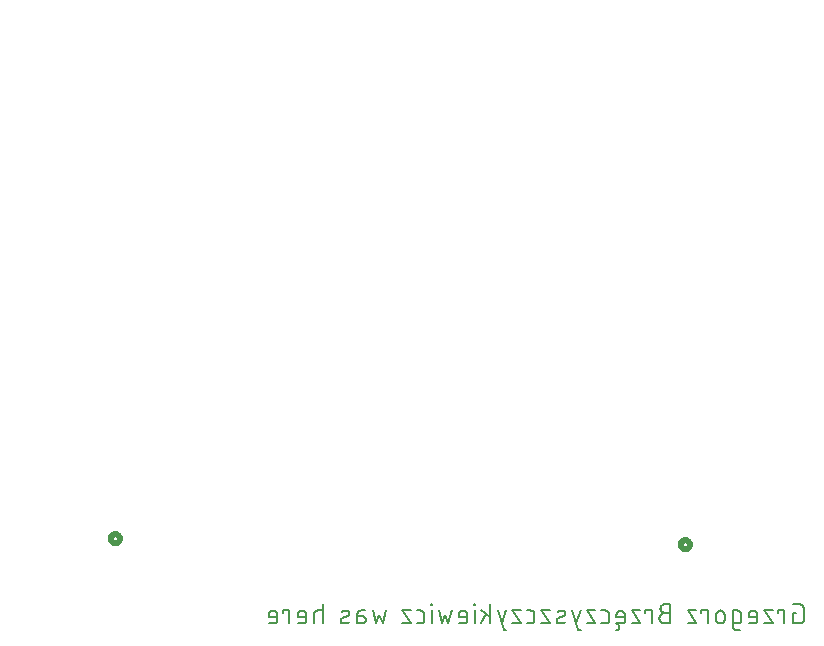
<source format=gbr>
G04 EAGLE Gerber RS-274X export*
G75*
%MOMM*%
%FSLAX34Y34*%
%LPD*%
%INSilkscreen Bottom*%
%IPPOS*%
%AMOC8*
5,1,8,0,0,1.08239X$1,22.5*%
G01*
%ADD10C,0.152400*%
%ADD11C,0.508000*%
%ADD12R,0.101600X0.101600*%
%ADD13R,1.422400X0.101600*%
%ADD14R,1.828800X0.101600*%
%ADD15R,0.812800X0.101600*%
%ADD16R,0.609600X0.101600*%
%ADD17R,0.711200X0.101600*%
%ADD18R,0.508000X0.101600*%
%ADD19R,0.406400X0.101600*%
%ADD20R,2.336800X0.101600*%
%ADD21R,2.235200X0.101600*%
%ADD22R,1.524000X0.101600*%
%ADD23R,1.930400X0.101600*%
%ADD24R,1.016000X0.101600*%
%ADD25R,1.117600X0.101600*%
%ADD26R,1.320800X0.101600*%
%ADD27R,1.625600X0.101600*%
%ADD28R,2.743200X0.101600*%
%ADD29R,1.727200X0.101600*%
%ADD30R,2.641600X0.101600*%
%ADD31R,1.219200X0.101600*%
%ADD32R,2.438400X0.101600*%
%ADD33R,0.914400X0.101600*%
%ADD34R,2.032000X0.101600*%
%ADD35R,0.203200X0.101600*%
%ADD36R,0.304800X0.101600*%
%ADD37R,2.540000X0.101600*%
%ADD38R,2.133600X0.101600*%
%ADD39R,2.844800X0.101600*%
%ADD40R,4.267200X0.101600*%
%ADD41R,5.994400X0.101600*%
%ADD42R,4.978400X0.101600*%
%ADD43R,2.946400X0.101600*%


D10*
X913666Y186323D02*
X910957Y186323D01*
X910957Y177292D01*
X916376Y177292D01*
X916494Y177294D01*
X916612Y177300D01*
X916730Y177309D01*
X916847Y177323D01*
X916964Y177340D01*
X917081Y177361D01*
X917196Y177386D01*
X917311Y177415D01*
X917425Y177448D01*
X917537Y177484D01*
X917648Y177524D01*
X917758Y177567D01*
X917867Y177614D01*
X917974Y177664D01*
X918079Y177719D01*
X918182Y177776D01*
X918283Y177837D01*
X918383Y177901D01*
X918480Y177968D01*
X918575Y178038D01*
X918667Y178112D01*
X918758Y178188D01*
X918845Y178268D01*
X918930Y178350D01*
X919012Y178435D01*
X919092Y178522D01*
X919168Y178613D01*
X919242Y178705D01*
X919312Y178800D01*
X919379Y178897D01*
X919443Y178997D01*
X919504Y179098D01*
X919561Y179201D01*
X919616Y179306D01*
X919666Y179413D01*
X919713Y179522D01*
X919756Y179632D01*
X919796Y179743D01*
X919832Y179855D01*
X919865Y179969D01*
X919894Y180084D01*
X919919Y180199D01*
X919940Y180316D01*
X919957Y180433D01*
X919971Y180550D01*
X919980Y180668D01*
X919986Y180786D01*
X919988Y180904D01*
X919988Y189936D01*
X919986Y190054D01*
X919980Y190172D01*
X919971Y190290D01*
X919957Y190407D01*
X919940Y190524D01*
X919919Y190641D01*
X919894Y190756D01*
X919865Y190871D01*
X919832Y190985D01*
X919796Y191097D01*
X919756Y191208D01*
X919713Y191318D01*
X919666Y191427D01*
X919616Y191534D01*
X919561Y191639D01*
X919504Y191742D01*
X919443Y191843D01*
X919379Y191943D01*
X919312Y192040D01*
X919242Y192135D01*
X919168Y192227D01*
X919092Y192318D01*
X919012Y192405D01*
X918930Y192490D01*
X918845Y192572D01*
X918758Y192652D01*
X918667Y192728D01*
X918575Y192802D01*
X918480Y192872D01*
X918383Y192939D01*
X918283Y193003D01*
X918182Y193064D01*
X918079Y193121D01*
X917974Y193176D01*
X917867Y193226D01*
X917758Y193273D01*
X917648Y193316D01*
X917537Y193356D01*
X917425Y193392D01*
X917311Y193425D01*
X917196Y193454D01*
X917081Y193479D01*
X916964Y193500D01*
X916847Y193517D01*
X916730Y193531D01*
X916612Y193540D01*
X916494Y193546D01*
X916376Y193548D01*
X910957Y193548D01*
X903369Y188129D02*
X903369Y177292D01*
X903369Y188129D02*
X897950Y188129D01*
X897950Y186323D01*
X893554Y188129D02*
X886329Y188129D01*
X893554Y177292D01*
X886329Y177292D01*
X877819Y177292D02*
X873303Y177292D01*
X877819Y177292D02*
X877920Y177294D01*
X878021Y177300D01*
X878122Y177309D01*
X878223Y177322D01*
X878323Y177339D01*
X878422Y177360D01*
X878520Y177384D01*
X878617Y177412D01*
X878714Y177444D01*
X878809Y177479D01*
X878902Y177518D01*
X878994Y177560D01*
X879085Y177606D01*
X879174Y177655D01*
X879260Y177707D01*
X879345Y177763D01*
X879428Y177821D01*
X879508Y177883D01*
X879586Y177948D01*
X879662Y178015D01*
X879735Y178085D01*
X879805Y178158D01*
X879872Y178234D01*
X879937Y178312D01*
X879999Y178392D01*
X880057Y178475D01*
X880113Y178560D01*
X880165Y178646D01*
X880214Y178735D01*
X880260Y178826D01*
X880302Y178918D01*
X880341Y179011D01*
X880376Y179106D01*
X880408Y179203D01*
X880436Y179300D01*
X880460Y179398D01*
X880481Y179497D01*
X880498Y179597D01*
X880511Y179698D01*
X880520Y179799D01*
X880526Y179900D01*
X880528Y180001D01*
X880528Y184517D01*
X880527Y184517D02*
X880525Y184636D01*
X880519Y184756D01*
X880509Y184875D01*
X880495Y184993D01*
X880478Y185112D01*
X880456Y185229D01*
X880431Y185346D01*
X880401Y185461D01*
X880368Y185576D01*
X880331Y185690D01*
X880291Y185802D01*
X880246Y185913D01*
X880198Y186022D01*
X880147Y186130D01*
X880092Y186236D01*
X880033Y186340D01*
X879971Y186442D01*
X879906Y186542D01*
X879837Y186640D01*
X879765Y186736D01*
X879690Y186829D01*
X879613Y186919D01*
X879532Y187007D01*
X879448Y187092D01*
X879361Y187174D01*
X879272Y187254D01*
X879180Y187330D01*
X879086Y187404D01*
X878989Y187474D01*
X878891Y187541D01*
X878790Y187605D01*
X878686Y187665D01*
X878581Y187722D01*
X878474Y187775D01*
X878366Y187825D01*
X878256Y187871D01*
X878144Y187913D01*
X878031Y187952D01*
X877917Y187987D01*
X877802Y188018D01*
X877685Y188046D01*
X877568Y188069D01*
X877451Y188089D01*
X877332Y188105D01*
X877213Y188117D01*
X877094Y188125D01*
X876975Y188129D01*
X876855Y188129D01*
X876736Y188125D01*
X876617Y188117D01*
X876498Y188105D01*
X876379Y188089D01*
X876262Y188069D01*
X876145Y188046D01*
X876028Y188018D01*
X875913Y187987D01*
X875799Y187952D01*
X875686Y187913D01*
X875574Y187871D01*
X875464Y187825D01*
X875356Y187775D01*
X875249Y187722D01*
X875144Y187665D01*
X875040Y187605D01*
X874939Y187541D01*
X874841Y187474D01*
X874744Y187404D01*
X874650Y187330D01*
X874558Y187254D01*
X874469Y187174D01*
X874382Y187092D01*
X874298Y187007D01*
X874217Y186919D01*
X874140Y186829D01*
X874065Y186736D01*
X873993Y186640D01*
X873924Y186542D01*
X873859Y186442D01*
X873797Y186340D01*
X873738Y186236D01*
X873683Y186130D01*
X873632Y186022D01*
X873584Y185913D01*
X873539Y185802D01*
X873499Y185690D01*
X873462Y185576D01*
X873429Y185461D01*
X873399Y185346D01*
X873374Y185229D01*
X873352Y185112D01*
X873335Y184993D01*
X873321Y184875D01*
X873311Y184756D01*
X873305Y184636D01*
X873303Y184517D01*
X873303Y182711D01*
X880528Y182711D01*
X864345Y177292D02*
X859829Y177292D01*
X864345Y177292D02*
X864446Y177294D01*
X864547Y177300D01*
X864648Y177309D01*
X864749Y177322D01*
X864849Y177339D01*
X864948Y177360D01*
X865046Y177384D01*
X865143Y177412D01*
X865240Y177444D01*
X865335Y177479D01*
X865428Y177518D01*
X865520Y177560D01*
X865611Y177606D01*
X865700Y177655D01*
X865786Y177707D01*
X865871Y177763D01*
X865954Y177821D01*
X866034Y177883D01*
X866112Y177948D01*
X866188Y178015D01*
X866261Y178085D01*
X866331Y178158D01*
X866398Y178234D01*
X866463Y178312D01*
X866525Y178392D01*
X866583Y178475D01*
X866639Y178560D01*
X866691Y178646D01*
X866740Y178735D01*
X866786Y178826D01*
X866828Y178918D01*
X866867Y179011D01*
X866902Y179106D01*
X866934Y179203D01*
X866962Y179300D01*
X866986Y179398D01*
X867007Y179497D01*
X867024Y179597D01*
X867037Y179698D01*
X867046Y179799D01*
X867052Y179900D01*
X867054Y180001D01*
X867054Y185420D01*
X867052Y185521D01*
X867046Y185622D01*
X867037Y185723D01*
X867024Y185824D01*
X867007Y185924D01*
X866986Y186023D01*
X866962Y186121D01*
X866934Y186218D01*
X866902Y186315D01*
X866867Y186410D01*
X866828Y186503D01*
X866786Y186595D01*
X866740Y186686D01*
X866691Y186775D01*
X866639Y186861D01*
X866583Y186946D01*
X866525Y187029D01*
X866463Y187109D01*
X866398Y187187D01*
X866331Y187263D01*
X866261Y187336D01*
X866188Y187406D01*
X866112Y187473D01*
X866034Y187538D01*
X865954Y187600D01*
X865871Y187658D01*
X865786Y187714D01*
X865700Y187766D01*
X865611Y187815D01*
X865520Y187861D01*
X865428Y187903D01*
X865335Y187942D01*
X865240Y187977D01*
X865143Y188009D01*
X865046Y188037D01*
X864948Y188061D01*
X864849Y188082D01*
X864749Y188099D01*
X864648Y188112D01*
X864547Y188121D01*
X864446Y188127D01*
X864345Y188129D01*
X859829Y188129D01*
X859829Y174583D01*
X859830Y174583D02*
X859832Y174482D01*
X859838Y174381D01*
X859847Y174280D01*
X859860Y174179D01*
X859877Y174079D01*
X859898Y173980D01*
X859922Y173882D01*
X859950Y173785D01*
X859982Y173688D01*
X860017Y173593D01*
X860056Y173500D01*
X860098Y173408D01*
X860144Y173317D01*
X860193Y173229D01*
X860245Y173142D01*
X860301Y173057D01*
X860359Y172974D01*
X860421Y172894D01*
X860486Y172816D01*
X860553Y172740D01*
X860623Y172667D01*
X860696Y172597D01*
X860772Y172530D01*
X860850Y172465D01*
X860930Y172403D01*
X861013Y172345D01*
X861098Y172289D01*
X861185Y172237D01*
X861273Y172188D01*
X861364Y172142D01*
X861456Y172100D01*
X861549Y172061D01*
X861644Y172026D01*
X861741Y171994D01*
X861838Y171966D01*
X861936Y171942D01*
X862035Y171921D01*
X862135Y171904D01*
X862236Y171891D01*
X862337Y171882D01*
X862438Y171876D01*
X862539Y171874D01*
X862539Y171873D02*
X866151Y171873D01*
X852913Y180904D02*
X852913Y184517D01*
X852912Y184517D02*
X852910Y184636D01*
X852904Y184756D01*
X852894Y184875D01*
X852880Y184993D01*
X852863Y185112D01*
X852841Y185229D01*
X852816Y185346D01*
X852786Y185461D01*
X852753Y185576D01*
X852716Y185690D01*
X852676Y185802D01*
X852631Y185913D01*
X852583Y186022D01*
X852532Y186130D01*
X852477Y186236D01*
X852418Y186340D01*
X852356Y186442D01*
X852291Y186542D01*
X852222Y186640D01*
X852150Y186736D01*
X852075Y186829D01*
X851998Y186919D01*
X851917Y187007D01*
X851833Y187092D01*
X851746Y187174D01*
X851657Y187254D01*
X851565Y187330D01*
X851471Y187404D01*
X851374Y187474D01*
X851276Y187541D01*
X851175Y187605D01*
X851071Y187665D01*
X850966Y187722D01*
X850859Y187775D01*
X850751Y187825D01*
X850641Y187871D01*
X850529Y187913D01*
X850416Y187952D01*
X850302Y187987D01*
X850187Y188018D01*
X850070Y188046D01*
X849953Y188069D01*
X849836Y188089D01*
X849717Y188105D01*
X849598Y188117D01*
X849479Y188125D01*
X849360Y188129D01*
X849240Y188129D01*
X849121Y188125D01*
X849002Y188117D01*
X848883Y188105D01*
X848764Y188089D01*
X848647Y188069D01*
X848530Y188046D01*
X848413Y188018D01*
X848298Y187987D01*
X848184Y187952D01*
X848071Y187913D01*
X847959Y187871D01*
X847849Y187825D01*
X847741Y187775D01*
X847634Y187722D01*
X847529Y187665D01*
X847425Y187605D01*
X847324Y187541D01*
X847226Y187474D01*
X847129Y187404D01*
X847035Y187330D01*
X846943Y187254D01*
X846854Y187174D01*
X846767Y187092D01*
X846683Y187007D01*
X846602Y186919D01*
X846525Y186829D01*
X846450Y186736D01*
X846378Y186640D01*
X846309Y186542D01*
X846244Y186442D01*
X846182Y186340D01*
X846123Y186236D01*
X846068Y186130D01*
X846017Y186022D01*
X845969Y185913D01*
X845924Y185802D01*
X845884Y185690D01*
X845847Y185576D01*
X845814Y185461D01*
X845784Y185346D01*
X845759Y185229D01*
X845737Y185112D01*
X845720Y184993D01*
X845706Y184875D01*
X845696Y184756D01*
X845690Y184636D01*
X845688Y184517D01*
X845688Y180904D01*
X845690Y180785D01*
X845696Y180665D01*
X845706Y180546D01*
X845720Y180428D01*
X845737Y180309D01*
X845759Y180192D01*
X845784Y180075D01*
X845814Y179960D01*
X845847Y179845D01*
X845884Y179731D01*
X845924Y179619D01*
X845969Y179508D01*
X846017Y179399D01*
X846068Y179291D01*
X846123Y179185D01*
X846182Y179081D01*
X846244Y178979D01*
X846309Y178879D01*
X846378Y178781D01*
X846450Y178685D01*
X846525Y178592D01*
X846602Y178502D01*
X846683Y178414D01*
X846767Y178329D01*
X846854Y178247D01*
X846943Y178167D01*
X847035Y178091D01*
X847129Y178017D01*
X847226Y177947D01*
X847324Y177880D01*
X847425Y177816D01*
X847529Y177756D01*
X847634Y177699D01*
X847741Y177646D01*
X847849Y177596D01*
X847959Y177550D01*
X848071Y177508D01*
X848184Y177469D01*
X848298Y177434D01*
X848413Y177403D01*
X848530Y177375D01*
X848647Y177352D01*
X848764Y177332D01*
X848883Y177316D01*
X849002Y177304D01*
X849121Y177296D01*
X849240Y177292D01*
X849360Y177292D01*
X849479Y177296D01*
X849598Y177304D01*
X849717Y177316D01*
X849836Y177332D01*
X849953Y177352D01*
X850070Y177375D01*
X850187Y177403D01*
X850302Y177434D01*
X850416Y177469D01*
X850529Y177508D01*
X850641Y177550D01*
X850751Y177596D01*
X850859Y177646D01*
X850966Y177699D01*
X851071Y177756D01*
X851175Y177816D01*
X851276Y177880D01*
X851374Y177947D01*
X851471Y178017D01*
X851565Y178091D01*
X851657Y178167D01*
X851746Y178247D01*
X851833Y178329D01*
X851917Y178414D01*
X851998Y178502D01*
X852075Y178592D01*
X852150Y178685D01*
X852222Y178781D01*
X852291Y178879D01*
X852356Y178979D01*
X852418Y179081D01*
X852477Y179185D01*
X852532Y179291D01*
X852583Y179399D01*
X852631Y179508D01*
X852676Y179619D01*
X852716Y179731D01*
X852753Y179845D01*
X852786Y179960D01*
X852816Y180075D01*
X852841Y180192D01*
X852863Y180309D01*
X852880Y180428D01*
X852894Y180546D01*
X852904Y180665D01*
X852910Y180785D01*
X852912Y180904D01*
X838760Y177292D02*
X838760Y188129D01*
X833341Y188129D01*
X833341Y186323D01*
X828945Y188129D02*
X821720Y188129D01*
X828945Y177292D01*
X821720Y177292D01*
X806711Y186323D02*
X802196Y186323D01*
X802196Y186324D02*
X802063Y186322D01*
X801931Y186316D01*
X801799Y186306D01*
X801667Y186293D01*
X801535Y186275D01*
X801405Y186254D01*
X801274Y186229D01*
X801145Y186200D01*
X801017Y186167D01*
X800889Y186131D01*
X800763Y186091D01*
X800638Y186047D01*
X800514Y185999D01*
X800392Y185948D01*
X800271Y185893D01*
X800152Y185835D01*
X800034Y185773D01*
X799919Y185708D01*
X799805Y185639D01*
X799694Y185568D01*
X799585Y185492D01*
X799478Y185414D01*
X799373Y185333D01*
X799271Y185248D01*
X799171Y185161D01*
X799074Y185071D01*
X798979Y184978D01*
X798888Y184882D01*
X798799Y184784D01*
X798713Y184683D01*
X798630Y184579D01*
X798550Y184473D01*
X798474Y184365D01*
X798400Y184255D01*
X798330Y184142D01*
X798263Y184028D01*
X798200Y183911D01*
X798140Y183793D01*
X798083Y183673D01*
X798030Y183551D01*
X797981Y183428D01*
X797935Y183304D01*
X797893Y183178D01*
X797855Y183051D01*
X797820Y182923D01*
X797789Y182794D01*
X797762Y182665D01*
X797739Y182534D01*
X797719Y182403D01*
X797704Y182271D01*
X797692Y182139D01*
X797684Y182007D01*
X797680Y181874D01*
X797680Y181742D01*
X797684Y181609D01*
X797692Y181477D01*
X797704Y181345D01*
X797719Y181213D01*
X797739Y181082D01*
X797762Y180951D01*
X797789Y180822D01*
X797820Y180693D01*
X797855Y180565D01*
X797893Y180438D01*
X797935Y180312D01*
X797981Y180188D01*
X798030Y180065D01*
X798083Y179943D01*
X798140Y179823D01*
X798200Y179705D01*
X798263Y179588D01*
X798330Y179474D01*
X798400Y179361D01*
X798474Y179251D01*
X798550Y179143D01*
X798630Y179037D01*
X798713Y178933D01*
X798799Y178832D01*
X798888Y178734D01*
X798979Y178638D01*
X799074Y178545D01*
X799171Y178455D01*
X799271Y178368D01*
X799373Y178283D01*
X799478Y178202D01*
X799585Y178124D01*
X799694Y178048D01*
X799805Y177977D01*
X799919Y177908D01*
X800034Y177843D01*
X800152Y177781D01*
X800271Y177723D01*
X800392Y177668D01*
X800514Y177617D01*
X800638Y177569D01*
X800763Y177525D01*
X800889Y177485D01*
X801017Y177449D01*
X801145Y177416D01*
X801274Y177387D01*
X801405Y177362D01*
X801535Y177341D01*
X801667Y177323D01*
X801799Y177310D01*
X801931Y177300D01*
X802063Y177294D01*
X802196Y177292D01*
X806711Y177292D01*
X806711Y193548D01*
X802196Y193548D01*
X802077Y193546D01*
X801957Y193540D01*
X801838Y193530D01*
X801720Y193516D01*
X801601Y193499D01*
X801484Y193477D01*
X801367Y193452D01*
X801252Y193422D01*
X801137Y193389D01*
X801023Y193352D01*
X800911Y193312D01*
X800800Y193267D01*
X800691Y193219D01*
X800583Y193168D01*
X800477Y193113D01*
X800373Y193054D01*
X800271Y192992D01*
X800171Y192927D01*
X800073Y192858D01*
X799977Y192786D01*
X799884Y192711D01*
X799794Y192634D01*
X799706Y192553D01*
X799621Y192469D01*
X799539Y192382D01*
X799459Y192293D01*
X799383Y192201D01*
X799309Y192107D01*
X799239Y192010D01*
X799172Y191912D01*
X799108Y191811D01*
X799048Y191707D01*
X798991Y191602D01*
X798938Y191495D01*
X798888Y191387D01*
X798842Y191277D01*
X798800Y191165D01*
X798761Y191052D01*
X798726Y190938D01*
X798695Y190823D01*
X798667Y190706D01*
X798644Y190589D01*
X798624Y190472D01*
X798608Y190353D01*
X798596Y190234D01*
X798588Y190115D01*
X798584Y189996D01*
X798584Y189876D01*
X798588Y189757D01*
X798596Y189638D01*
X798608Y189519D01*
X798624Y189400D01*
X798644Y189283D01*
X798667Y189166D01*
X798695Y189049D01*
X798726Y188934D01*
X798761Y188820D01*
X798800Y188707D01*
X798842Y188595D01*
X798888Y188485D01*
X798938Y188377D01*
X798991Y188270D01*
X799048Y188165D01*
X799108Y188061D01*
X799172Y187960D01*
X799239Y187862D01*
X799309Y187765D01*
X799383Y187671D01*
X799459Y187579D01*
X799539Y187490D01*
X799621Y187403D01*
X799706Y187319D01*
X799794Y187238D01*
X799884Y187161D01*
X799977Y187086D01*
X800073Y187014D01*
X800171Y186945D01*
X800271Y186880D01*
X800373Y186818D01*
X800477Y186759D01*
X800583Y186704D01*
X800691Y186653D01*
X800800Y186605D01*
X800911Y186560D01*
X801023Y186520D01*
X801137Y186483D01*
X801252Y186450D01*
X801367Y186420D01*
X801484Y186395D01*
X801601Y186373D01*
X801720Y186356D01*
X801838Y186342D01*
X801957Y186332D01*
X802077Y186326D01*
X802196Y186324D01*
X791345Y188129D02*
X791345Y177292D01*
X791345Y188129D02*
X785926Y188129D01*
X785926Y186323D01*
X781530Y188129D02*
X774305Y188129D01*
X781530Y177292D01*
X774305Y177292D01*
X761731Y171873D02*
X761279Y171873D01*
X761731Y171874D02*
X761820Y171876D01*
X761909Y171882D01*
X761998Y171891D01*
X762086Y171905D01*
X762173Y171922D01*
X762260Y171943D01*
X762346Y171968D01*
X762430Y171996D01*
X762513Y172028D01*
X762595Y172064D01*
X762675Y172103D01*
X762754Y172146D01*
X762830Y172192D01*
X762904Y172241D01*
X762977Y172293D01*
X763046Y172349D01*
X763114Y172407D01*
X763179Y172468D01*
X763241Y172532D01*
X763300Y172599D01*
X763356Y172668D01*
X763409Y172740D01*
X763460Y172813D01*
X763506Y172889D01*
X763550Y172967D01*
X763590Y173047D01*
X763627Y173128D01*
X763660Y173211D01*
X763689Y173295D01*
X763715Y173380D01*
X763737Y173467D01*
X763756Y173554D01*
X763770Y173642D01*
X763781Y173730D01*
X763788Y173819D01*
X763791Y173908D01*
X763790Y173997D01*
X763785Y174087D01*
X763777Y174175D01*
X763764Y174264D01*
X763748Y174351D01*
X763728Y174438D01*
X763705Y174524D01*
X763677Y174609D01*
X763646Y174693D01*
X763612Y174775D01*
X763573Y174855D01*
X763532Y174934D01*
X763487Y175011D01*
X763439Y175086D01*
X763387Y175159D01*
X763333Y175229D01*
X763275Y175298D01*
X763215Y175363D01*
X763151Y175426D01*
X763086Y175486D01*
X761279Y177292D01*
X765795Y177292D01*
X765896Y177294D01*
X765997Y177300D01*
X766098Y177309D01*
X766199Y177322D01*
X766299Y177339D01*
X766398Y177360D01*
X766496Y177384D01*
X766593Y177412D01*
X766690Y177444D01*
X766785Y177479D01*
X766878Y177518D01*
X766970Y177560D01*
X767061Y177606D01*
X767150Y177655D01*
X767236Y177707D01*
X767321Y177763D01*
X767404Y177821D01*
X767484Y177883D01*
X767562Y177948D01*
X767638Y178015D01*
X767711Y178085D01*
X767781Y178158D01*
X767848Y178234D01*
X767913Y178312D01*
X767975Y178392D01*
X768033Y178475D01*
X768089Y178560D01*
X768141Y178646D01*
X768190Y178735D01*
X768236Y178826D01*
X768278Y178918D01*
X768317Y179011D01*
X768352Y179106D01*
X768384Y179203D01*
X768412Y179300D01*
X768436Y179398D01*
X768457Y179497D01*
X768474Y179597D01*
X768487Y179698D01*
X768496Y179799D01*
X768502Y179900D01*
X768504Y180001D01*
X768504Y184517D01*
X768502Y184636D01*
X768496Y184756D01*
X768486Y184875D01*
X768472Y184993D01*
X768455Y185112D01*
X768433Y185229D01*
X768408Y185346D01*
X768378Y185461D01*
X768345Y185576D01*
X768308Y185690D01*
X768268Y185802D01*
X768223Y185913D01*
X768175Y186022D01*
X768124Y186130D01*
X768069Y186236D01*
X768010Y186340D01*
X767948Y186442D01*
X767883Y186542D01*
X767814Y186640D01*
X767742Y186736D01*
X767667Y186829D01*
X767590Y186919D01*
X767509Y187007D01*
X767425Y187092D01*
X767338Y187174D01*
X767249Y187254D01*
X767157Y187330D01*
X767063Y187404D01*
X766966Y187474D01*
X766868Y187541D01*
X766767Y187605D01*
X766663Y187665D01*
X766558Y187722D01*
X766451Y187775D01*
X766343Y187825D01*
X766233Y187871D01*
X766121Y187913D01*
X766008Y187952D01*
X765894Y187987D01*
X765779Y188018D01*
X765662Y188046D01*
X765545Y188069D01*
X765428Y188089D01*
X765309Y188105D01*
X765190Y188117D01*
X765071Y188125D01*
X764952Y188129D01*
X764832Y188129D01*
X764713Y188125D01*
X764594Y188117D01*
X764475Y188105D01*
X764356Y188089D01*
X764239Y188069D01*
X764122Y188046D01*
X764005Y188018D01*
X763890Y187987D01*
X763776Y187952D01*
X763663Y187913D01*
X763551Y187871D01*
X763441Y187825D01*
X763333Y187775D01*
X763226Y187722D01*
X763121Y187665D01*
X763017Y187605D01*
X762916Y187541D01*
X762818Y187474D01*
X762721Y187404D01*
X762627Y187330D01*
X762535Y187254D01*
X762446Y187174D01*
X762359Y187092D01*
X762275Y187007D01*
X762194Y186919D01*
X762117Y186829D01*
X762042Y186736D01*
X761970Y186640D01*
X761901Y186542D01*
X761836Y186442D01*
X761774Y186340D01*
X761715Y186236D01*
X761660Y186130D01*
X761609Y186022D01*
X761561Y185913D01*
X761516Y185802D01*
X761476Y185690D01*
X761439Y185576D01*
X761406Y185461D01*
X761376Y185346D01*
X761351Y185229D01*
X761329Y185112D01*
X761312Y184993D01*
X761298Y184875D01*
X761288Y184756D01*
X761282Y184636D01*
X761280Y184517D01*
X761279Y184517D02*
X761279Y182711D01*
X768504Y182711D01*
X752230Y177292D02*
X748618Y177292D01*
X752230Y177292D02*
X752331Y177294D01*
X752432Y177300D01*
X752533Y177309D01*
X752634Y177322D01*
X752734Y177339D01*
X752833Y177360D01*
X752931Y177384D01*
X753028Y177412D01*
X753125Y177444D01*
X753220Y177479D01*
X753313Y177518D01*
X753405Y177560D01*
X753496Y177606D01*
X753585Y177655D01*
X753671Y177707D01*
X753756Y177763D01*
X753839Y177821D01*
X753919Y177883D01*
X753997Y177948D01*
X754073Y178015D01*
X754146Y178085D01*
X754216Y178158D01*
X754283Y178234D01*
X754348Y178312D01*
X754410Y178392D01*
X754468Y178475D01*
X754524Y178560D01*
X754576Y178646D01*
X754625Y178735D01*
X754671Y178826D01*
X754713Y178918D01*
X754752Y179011D01*
X754787Y179106D01*
X754819Y179203D01*
X754847Y179300D01*
X754871Y179398D01*
X754892Y179497D01*
X754909Y179597D01*
X754922Y179698D01*
X754931Y179799D01*
X754937Y179900D01*
X754939Y180001D01*
X754940Y180001D02*
X754940Y185420D01*
X754939Y185420D02*
X754937Y185521D01*
X754931Y185622D01*
X754922Y185723D01*
X754909Y185824D01*
X754892Y185924D01*
X754871Y186023D01*
X754847Y186121D01*
X754819Y186218D01*
X754787Y186315D01*
X754752Y186410D01*
X754713Y186503D01*
X754671Y186595D01*
X754625Y186686D01*
X754576Y186775D01*
X754524Y186861D01*
X754468Y186946D01*
X754410Y187029D01*
X754348Y187109D01*
X754283Y187187D01*
X754216Y187263D01*
X754146Y187336D01*
X754073Y187406D01*
X753997Y187473D01*
X753919Y187538D01*
X753839Y187600D01*
X753756Y187658D01*
X753671Y187714D01*
X753585Y187766D01*
X753496Y187815D01*
X753405Y187861D01*
X753313Y187903D01*
X753220Y187942D01*
X753125Y187977D01*
X753028Y188009D01*
X752931Y188037D01*
X752833Y188061D01*
X752734Y188082D01*
X752634Y188099D01*
X752533Y188112D01*
X752432Y188121D01*
X752331Y188127D01*
X752230Y188129D01*
X748618Y188129D01*
X743494Y188129D02*
X736269Y188129D01*
X743494Y177292D01*
X736269Y177292D01*
X730989Y171873D02*
X729183Y171873D01*
X723764Y188129D01*
X730989Y188129D02*
X727377Y177292D01*
X716609Y183614D02*
X712093Y181808D01*
X716609Y183614D02*
X716697Y183651D01*
X716783Y183692D01*
X716868Y183736D01*
X716951Y183784D01*
X717031Y183835D01*
X717110Y183889D01*
X717186Y183947D01*
X717260Y184007D01*
X717332Y184071D01*
X717400Y184137D01*
X717466Y184207D01*
X717529Y184278D01*
X717590Y184353D01*
X717647Y184429D01*
X717700Y184508D01*
X717751Y184589D01*
X717798Y184672D01*
X717842Y184757D01*
X717882Y184844D01*
X717919Y184932D01*
X717952Y185022D01*
X717982Y185113D01*
X718007Y185205D01*
X718029Y185298D01*
X718047Y185392D01*
X718062Y185486D01*
X718072Y185581D01*
X718078Y185677D01*
X718081Y185772D01*
X718080Y185868D01*
X718074Y185963D01*
X718065Y186059D01*
X718052Y186153D01*
X718036Y186247D01*
X718015Y186341D01*
X717990Y186433D01*
X717962Y186524D01*
X717930Y186614D01*
X717895Y186703D01*
X717856Y186790D01*
X717813Y186876D01*
X717767Y186960D01*
X717717Y187041D01*
X717665Y187121D01*
X717609Y187199D01*
X717549Y187274D01*
X717487Y187346D01*
X717422Y187416D01*
X717354Y187484D01*
X717284Y187548D01*
X717211Y187610D01*
X717135Y187668D01*
X717057Y187724D01*
X716977Y187776D01*
X716895Y187825D01*
X716811Y187870D01*
X716725Y187912D01*
X716638Y187951D01*
X716549Y187986D01*
X716458Y188017D01*
X716367Y188044D01*
X716274Y188068D01*
X716181Y188088D01*
X716087Y188104D01*
X715992Y188116D01*
X715897Y188125D01*
X715801Y188129D01*
X715706Y188130D01*
X715459Y188123D01*
X715213Y188111D01*
X714967Y188093D01*
X714721Y188068D01*
X714477Y188038D01*
X714233Y188002D01*
X713990Y187961D01*
X713748Y187913D01*
X713507Y187859D01*
X713268Y187800D01*
X713030Y187735D01*
X712794Y187664D01*
X712559Y187588D01*
X712326Y187506D01*
X712096Y187418D01*
X711868Y187325D01*
X711641Y187227D01*
X712093Y181807D02*
X712005Y181770D01*
X711919Y181729D01*
X711834Y181685D01*
X711751Y181637D01*
X711671Y181586D01*
X711592Y181532D01*
X711516Y181474D01*
X711442Y181414D01*
X711370Y181350D01*
X711302Y181284D01*
X711236Y181214D01*
X711173Y181143D01*
X711112Y181068D01*
X711055Y180992D01*
X711002Y180913D01*
X710951Y180832D01*
X710904Y180749D01*
X710860Y180664D01*
X710820Y180577D01*
X710783Y180489D01*
X710750Y180399D01*
X710720Y180308D01*
X710695Y180216D01*
X710673Y180123D01*
X710655Y180029D01*
X710640Y179935D01*
X710630Y179840D01*
X710624Y179744D01*
X710621Y179649D01*
X710622Y179553D01*
X710628Y179458D01*
X710637Y179362D01*
X710650Y179268D01*
X710666Y179174D01*
X710687Y179080D01*
X710712Y178988D01*
X710740Y178897D01*
X710772Y178807D01*
X710807Y178718D01*
X710846Y178631D01*
X710889Y178545D01*
X710935Y178461D01*
X710985Y178380D01*
X711037Y178300D01*
X711093Y178222D01*
X711153Y178147D01*
X711215Y178075D01*
X711280Y178005D01*
X711348Y177937D01*
X711418Y177873D01*
X711491Y177811D01*
X711567Y177753D01*
X711645Y177697D01*
X711725Y177645D01*
X711807Y177596D01*
X711891Y177551D01*
X711977Y177509D01*
X712064Y177470D01*
X712153Y177435D01*
X712244Y177404D01*
X712335Y177377D01*
X712428Y177353D01*
X712521Y177333D01*
X712615Y177317D01*
X712710Y177305D01*
X712805Y177296D01*
X712901Y177292D01*
X712996Y177291D01*
X712997Y177292D02*
X713359Y177301D01*
X713721Y177319D01*
X714082Y177346D01*
X714442Y177381D01*
X714802Y177424D01*
X715161Y177476D01*
X715518Y177537D01*
X715873Y177606D01*
X716227Y177683D01*
X716579Y177769D01*
X716929Y177863D01*
X717277Y177966D01*
X717622Y178076D01*
X717964Y178195D01*
X704937Y188129D02*
X697712Y188129D01*
X704937Y177292D01*
X697712Y177292D01*
X689184Y177292D02*
X685572Y177292D01*
X689184Y177292D02*
X689285Y177294D01*
X689386Y177300D01*
X689487Y177309D01*
X689588Y177322D01*
X689688Y177339D01*
X689787Y177360D01*
X689885Y177384D01*
X689982Y177412D01*
X690079Y177444D01*
X690174Y177479D01*
X690267Y177518D01*
X690359Y177560D01*
X690450Y177606D01*
X690539Y177655D01*
X690625Y177707D01*
X690710Y177763D01*
X690793Y177821D01*
X690873Y177883D01*
X690951Y177948D01*
X691027Y178015D01*
X691100Y178085D01*
X691170Y178158D01*
X691237Y178234D01*
X691302Y178312D01*
X691364Y178392D01*
X691422Y178475D01*
X691478Y178560D01*
X691530Y178646D01*
X691579Y178735D01*
X691625Y178826D01*
X691667Y178918D01*
X691706Y179011D01*
X691741Y179106D01*
X691773Y179203D01*
X691801Y179300D01*
X691825Y179398D01*
X691846Y179497D01*
X691863Y179597D01*
X691876Y179698D01*
X691885Y179799D01*
X691891Y179900D01*
X691893Y180001D01*
X691894Y180001D02*
X691894Y185420D01*
X691893Y185420D02*
X691891Y185521D01*
X691885Y185622D01*
X691876Y185723D01*
X691863Y185824D01*
X691846Y185924D01*
X691825Y186023D01*
X691801Y186121D01*
X691773Y186218D01*
X691741Y186315D01*
X691706Y186410D01*
X691667Y186503D01*
X691625Y186595D01*
X691579Y186686D01*
X691530Y186775D01*
X691478Y186861D01*
X691422Y186946D01*
X691364Y187029D01*
X691302Y187109D01*
X691237Y187187D01*
X691170Y187263D01*
X691100Y187336D01*
X691027Y187406D01*
X690951Y187473D01*
X690873Y187538D01*
X690793Y187600D01*
X690710Y187658D01*
X690625Y187714D01*
X690539Y187766D01*
X690450Y187815D01*
X690359Y187861D01*
X690267Y187903D01*
X690174Y187942D01*
X690079Y187977D01*
X689982Y188009D01*
X689885Y188037D01*
X689787Y188061D01*
X689688Y188082D01*
X689588Y188099D01*
X689487Y188112D01*
X689386Y188121D01*
X689285Y188127D01*
X689184Y188129D01*
X685572Y188129D01*
X680448Y188129D02*
X673224Y188129D01*
X680448Y177292D01*
X673224Y177292D01*
X667944Y171873D02*
X666137Y171873D01*
X660719Y188129D01*
X667944Y188129D02*
X664331Y177292D01*
X654228Y177292D02*
X654228Y193548D01*
X647003Y188129D02*
X654228Y182711D01*
X651067Y184968D02*
X647003Y177292D01*
X641405Y177292D02*
X641405Y188129D01*
X641857Y192645D02*
X641857Y193548D01*
X640954Y193548D01*
X640954Y192645D01*
X641857Y192645D01*
X632409Y177292D02*
X627893Y177292D01*
X632409Y177292D02*
X632510Y177294D01*
X632611Y177300D01*
X632712Y177309D01*
X632813Y177322D01*
X632913Y177339D01*
X633012Y177360D01*
X633110Y177384D01*
X633207Y177412D01*
X633304Y177444D01*
X633399Y177479D01*
X633492Y177518D01*
X633584Y177560D01*
X633675Y177606D01*
X633764Y177655D01*
X633850Y177707D01*
X633935Y177763D01*
X634018Y177821D01*
X634098Y177883D01*
X634176Y177948D01*
X634252Y178015D01*
X634325Y178085D01*
X634395Y178158D01*
X634462Y178234D01*
X634527Y178312D01*
X634589Y178392D01*
X634647Y178475D01*
X634703Y178560D01*
X634755Y178646D01*
X634804Y178735D01*
X634850Y178826D01*
X634892Y178918D01*
X634931Y179011D01*
X634966Y179106D01*
X634998Y179203D01*
X635026Y179300D01*
X635050Y179398D01*
X635071Y179497D01*
X635088Y179597D01*
X635101Y179698D01*
X635110Y179799D01*
X635116Y179900D01*
X635118Y180001D01*
X635118Y184517D01*
X635116Y184636D01*
X635110Y184756D01*
X635100Y184875D01*
X635086Y184993D01*
X635069Y185112D01*
X635047Y185229D01*
X635022Y185346D01*
X634992Y185461D01*
X634959Y185576D01*
X634922Y185690D01*
X634882Y185802D01*
X634837Y185913D01*
X634789Y186022D01*
X634738Y186130D01*
X634683Y186236D01*
X634624Y186340D01*
X634562Y186442D01*
X634497Y186542D01*
X634428Y186640D01*
X634356Y186736D01*
X634281Y186829D01*
X634204Y186919D01*
X634123Y187007D01*
X634039Y187092D01*
X633952Y187174D01*
X633863Y187254D01*
X633771Y187330D01*
X633677Y187404D01*
X633580Y187474D01*
X633482Y187541D01*
X633381Y187605D01*
X633277Y187665D01*
X633172Y187722D01*
X633065Y187775D01*
X632957Y187825D01*
X632847Y187871D01*
X632735Y187913D01*
X632622Y187952D01*
X632508Y187987D01*
X632393Y188018D01*
X632276Y188046D01*
X632159Y188069D01*
X632042Y188089D01*
X631923Y188105D01*
X631804Y188117D01*
X631685Y188125D01*
X631566Y188129D01*
X631446Y188129D01*
X631327Y188125D01*
X631208Y188117D01*
X631089Y188105D01*
X630970Y188089D01*
X630853Y188069D01*
X630736Y188046D01*
X630619Y188018D01*
X630504Y187987D01*
X630390Y187952D01*
X630277Y187913D01*
X630165Y187871D01*
X630055Y187825D01*
X629947Y187775D01*
X629840Y187722D01*
X629735Y187665D01*
X629631Y187605D01*
X629530Y187541D01*
X629432Y187474D01*
X629335Y187404D01*
X629241Y187330D01*
X629149Y187254D01*
X629060Y187174D01*
X628973Y187092D01*
X628889Y187007D01*
X628808Y186919D01*
X628731Y186829D01*
X628656Y186736D01*
X628584Y186640D01*
X628515Y186542D01*
X628450Y186442D01*
X628388Y186340D01*
X628329Y186236D01*
X628274Y186130D01*
X628223Y186022D01*
X628175Y185913D01*
X628130Y185802D01*
X628090Y185690D01*
X628053Y185576D01*
X628020Y185461D01*
X627990Y185346D01*
X627965Y185229D01*
X627943Y185112D01*
X627926Y184993D01*
X627912Y184875D01*
X627902Y184756D01*
X627896Y184636D01*
X627894Y184517D01*
X627893Y184517D02*
X627893Y182711D01*
X635118Y182711D01*
X621814Y188129D02*
X619105Y177292D01*
X616395Y184517D01*
X613686Y177292D01*
X610977Y188129D01*
X604932Y188129D02*
X604932Y177292D01*
X605384Y192645D02*
X605384Y193548D01*
X604481Y193548D01*
X604481Y192645D01*
X605384Y192645D01*
X595918Y177292D02*
X592306Y177292D01*
X595918Y177292D02*
X596019Y177294D01*
X596120Y177300D01*
X596221Y177309D01*
X596322Y177322D01*
X596422Y177339D01*
X596521Y177360D01*
X596619Y177384D01*
X596716Y177412D01*
X596813Y177444D01*
X596908Y177479D01*
X597001Y177518D01*
X597093Y177560D01*
X597184Y177606D01*
X597273Y177655D01*
X597359Y177707D01*
X597444Y177763D01*
X597527Y177821D01*
X597607Y177883D01*
X597685Y177948D01*
X597761Y178015D01*
X597834Y178085D01*
X597904Y178158D01*
X597971Y178234D01*
X598036Y178312D01*
X598098Y178392D01*
X598156Y178475D01*
X598212Y178560D01*
X598264Y178646D01*
X598313Y178735D01*
X598359Y178826D01*
X598401Y178918D01*
X598440Y179011D01*
X598475Y179106D01*
X598507Y179203D01*
X598535Y179300D01*
X598559Y179398D01*
X598580Y179497D01*
X598597Y179597D01*
X598610Y179698D01*
X598619Y179799D01*
X598625Y179900D01*
X598627Y180001D01*
X598628Y180001D02*
X598628Y185420D01*
X598627Y185420D02*
X598625Y185521D01*
X598619Y185622D01*
X598610Y185723D01*
X598597Y185824D01*
X598580Y185924D01*
X598559Y186023D01*
X598535Y186121D01*
X598507Y186218D01*
X598475Y186315D01*
X598440Y186410D01*
X598401Y186503D01*
X598359Y186595D01*
X598313Y186686D01*
X598264Y186775D01*
X598212Y186861D01*
X598156Y186946D01*
X598098Y187029D01*
X598036Y187109D01*
X597971Y187187D01*
X597904Y187263D01*
X597834Y187336D01*
X597761Y187406D01*
X597685Y187473D01*
X597607Y187538D01*
X597527Y187600D01*
X597444Y187658D01*
X597359Y187714D01*
X597273Y187766D01*
X597184Y187815D01*
X597093Y187861D01*
X597001Y187903D01*
X596908Y187942D01*
X596813Y187977D01*
X596716Y188009D01*
X596619Y188037D01*
X596521Y188061D01*
X596422Y188082D01*
X596322Y188099D01*
X596221Y188112D01*
X596120Y188121D01*
X596019Y188127D01*
X595918Y188129D01*
X592306Y188129D01*
X587182Y188129D02*
X579957Y188129D01*
X587182Y177292D01*
X579957Y177292D01*
X563353Y177292D02*
X566063Y188129D01*
X560644Y184517D02*
X563353Y177292D01*
X557935Y177292D02*
X560644Y184517D01*
X555225Y188129D02*
X557935Y177292D01*
X546059Y183614D02*
X541995Y183614D01*
X546059Y183614D02*
X546171Y183612D01*
X546282Y183606D01*
X546393Y183596D01*
X546504Y183583D01*
X546614Y183565D01*
X546723Y183543D01*
X546832Y183518D01*
X546940Y183489D01*
X547046Y183456D01*
X547152Y183419D01*
X547256Y183379D01*
X547358Y183335D01*
X547459Y183287D01*
X547558Y183236D01*
X547656Y183181D01*
X547751Y183123D01*
X547844Y183062D01*
X547935Y182997D01*
X548024Y182929D01*
X548110Y182858D01*
X548193Y182785D01*
X548274Y182708D01*
X548353Y182628D01*
X548428Y182546D01*
X548500Y182461D01*
X548570Y182374D01*
X548636Y182284D01*
X548699Y182192D01*
X548759Y182097D01*
X548815Y182001D01*
X548868Y181903D01*
X548917Y181803D01*
X548963Y181701D01*
X549005Y181598D01*
X549044Y181493D01*
X549079Y181387D01*
X549110Y181280D01*
X549137Y181172D01*
X549161Y181063D01*
X549180Y180953D01*
X549196Y180843D01*
X549208Y180732D01*
X549216Y180620D01*
X549220Y180509D01*
X549220Y180397D01*
X549216Y180286D01*
X549208Y180174D01*
X549196Y180063D01*
X549180Y179953D01*
X549161Y179843D01*
X549137Y179734D01*
X549110Y179626D01*
X549079Y179519D01*
X549044Y179413D01*
X549005Y179308D01*
X548963Y179205D01*
X548917Y179103D01*
X548868Y179003D01*
X548815Y178905D01*
X548759Y178809D01*
X548699Y178714D01*
X548636Y178622D01*
X548570Y178532D01*
X548500Y178445D01*
X548428Y178360D01*
X548353Y178278D01*
X548274Y178198D01*
X548193Y178121D01*
X548110Y178048D01*
X548024Y177977D01*
X547935Y177909D01*
X547844Y177844D01*
X547751Y177783D01*
X547656Y177725D01*
X547558Y177670D01*
X547459Y177619D01*
X547358Y177571D01*
X547256Y177527D01*
X547152Y177487D01*
X547046Y177450D01*
X546940Y177417D01*
X546832Y177388D01*
X546723Y177363D01*
X546614Y177341D01*
X546504Y177323D01*
X546393Y177310D01*
X546282Y177300D01*
X546171Y177294D01*
X546059Y177292D01*
X541995Y177292D01*
X541995Y185420D01*
X541997Y185521D01*
X542003Y185622D01*
X542012Y185723D01*
X542025Y185824D01*
X542042Y185924D01*
X542063Y186023D01*
X542087Y186121D01*
X542115Y186218D01*
X542147Y186315D01*
X542182Y186410D01*
X542221Y186503D01*
X542263Y186595D01*
X542309Y186686D01*
X542358Y186775D01*
X542410Y186861D01*
X542466Y186946D01*
X542524Y187029D01*
X542586Y187109D01*
X542651Y187187D01*
X542718Y187263D01*
X542788Y187336D01*
X542861Y187406D01*
X542937Y187473D01*
X543015Y187538D01*
X543095Y187600D01*
X543178Y187658D01*
X543263Y187714D01*
X543350Y187766D01*
X543438Y187815D01*
X543529Y187861D01*
X543621Y187903D01*
X543714Y187942D01*
X543809Y187977D01*
X543906Y188009D01*
X544003Y188037D01*
X544101Y188061D01*
X544200Y188082D01*
X544300Y188099D01*
X544401Y188112D01*
X544502Y188121D01*
X544603Y188127D01*
X544704Y188129D01*
X548316Y188129D01*
X533724Y183614D02*
X529208Y181808D01*
X533724Y183614D02*
X533812Y183651D01*
X533898Y183692D01*
X533983Y183736D01*
X534066Y183784D01*
X534146Y183835D01*
X534225Y183889D01*
X534301Y183947D01*
X534375Y184007D01*
X534447Y184071D01*
X534515Y184137D01*
X534581Y184207D01*
X534644Y184278D01*
X534705Y184353D01*
X534762Y184429D01*
X534815Y184508D01*
X534866Y184589D01*
X534913Y184672D01*
X534957Y184757D01*
X534997Y184844D01*
X535034Y184932D01*
X535067Y185022D01*
X535097Y185113D01*
X535122Y185205D01*
X535144Y185298D01*
X535162Y185392D01*
X535177Y185486D01*
X535187Y185581D01*
X535193Y185677D01*
X535196Y185772D01*
X535195Y185868D01*
X535189Y185963D01*
X535180Y186059D01*
X535167Y186153D01*
X535151Y186247D01*
X535130Y186341D01*
X535105Y186433D01*
X535077Y186524D01*
X535045Y186614D01*
X535010Y186703D01*
X534971Y186790D01*
X534928Y186876D01*
X534882Y186960D01*
X534832Y187041D01*
X534780Y187121D01*
X534724Y187199D01*
X534664Y187274D01*
X534602Y187346D01*
X534537Y187416D01*
X534469Y187484D01*
X534399Y187548D01*
X534326Y187610D01*
X534250Y187668D01*
X534172Y187724D01*
X534092Y187776D01*
X534010Y187825D01*
X533926Y187870D01*
X533840Y187912D01*
X533753Y187951D01*
X533664Y187986D01*
X533573Y188017D01*
X533482Y188044D01*
X533389Y188068D01*
X533296Y188088D01*
X533202Y188104D01*
X533107Y188116D01*
X533012Y188125D01*
X532916Y188129D01*
X532821Y188130D01*
X532574Y188123D01*
X532328Y188111D01*
X532082Y188093D01*
X531836Y188068D01*
X531592Y188038D01*
X531348Y188002D01*
X531105Y187961D01*
X530863Y187913D01*
X530622Y187859D01*
X530383Y187800D01*
X530145Y187735D01*
X529909Y187664D01*
X529674Y187588D01*
X529441Y187506D01*
X529211Y187418D01*
X528983Y187325D01*
X528756Y187227D01*
X529208Y181807D02*
X529120Y181770D01*
X529034Y181729D01*
X528949Y181685D01*
X528866Y181637D01*
X528786Y181586D01*
X528707Y181532D01*
X528631Y181474D01*
X528557Y181414D01*
X528485Y181350D01*
X528417Y181284D01*
X528351Y181214D01*
X528288Y181143D01*
X528227Y181068D01*
X528170Y180992D01*
X528117Y180913D01*
X528066Y180832D01*
X528019Y180749D01*
X527975Y180664D01*
X527935Y180577D01*
X527898Y180489D01*
X527865Y180399D01*
X527835Y180308D01*
X527810Y180216D01*
X527788Y180123D01*
X527770Y180029D01*
X527755Y179935D01*
X527745Y179840D01*
X527739Y179744D01*
X527736Y179649D01*
X527737Y179553D01*
X527743Y179458D01*
X527752Y179362D01*
X527765Y179268D01*
X527781Y179174D01*
X527802Y179080D01*
X527827Y178988D01*
X527855Y178897D01*
X527887Y178807D01*
X527922Y178718D01*
X527961Y178631D01*
X528004Y178545D01*
X528050Y178461D01*
X528100Y178380D01*
X528152Y178300D01*
X528208Y178222D01*
X528268Y178147D01*
X528330Y178075D01*
X528395Y178005D01*
X528463Y177937D01*
X528533Y177873D01*
X528606Y177811D01*
X528682Y177753D01*
X528760Y177697D01*
X528840Y177645D01*
X528922Y177596D01*
X529006Y177551D01*
X529092Y177509D01*
X529179Y177470D01*
X529268Y177435D01*
X529359Y177404D01*
X529450Y177377D01*
X529543Y177353D01*
X529636Y177333D01*
X529730Y177317D01*
X529825Y177305D01*
X529920Y177296D01*
X530016Y177292D01*
X530111Y177291D01*
X530111Y177292D02*
X530473Y177301D01*
X530835Y177319D01*
X531196Y177346D01*
X531556Y177381D01*
X531916Y177424D01*
X532275Y177476D01*
X532632Y177537D01*
X532987Y177606D01*
X533341Y177683D01*
X533693Y177769D01*
X534043Y177863D01*
X534391Y177966D01*
X534736Y178076D01*
X535078Y178195D01*
X512673Y177292D02*
X512673Y193548D01*
X512673Y188129D02*
X508158Y188129D01*
X508054Y188127D01*
X507951Y188121D01*
X507847Y188111D01*
X507744Y188097D01*
X507642Y188079D01*
X507541Y188058D01*
X507440Y188032D01*
X507341Y188003D01*
X507242Y187970D01*
X507145Y187933D01*
X507050Y187892D01*
X506956Y187848D01*
X506864Y187800D01*
X506774Y187749D01*
X506685Y187694D01*
X506599Y187636D01*
X506516Y187574D01*
X506434Y187510D01*
X506356Y187442D01*
X506280Y187372D01*
X506206Y187299D01*
X506136Y187222D01*
X506068Y187144D01*
X506004Y187062D01*
X505942Y186979D01*
X505884Y186893D01*
X505829Y186804D01*
X505778Y186714D01*
X505730Y186622D01*
X505686Y186528D01*
X505645Y186433D01*
X505608Y186336D01*
X505575Y186237D01*
X505546Y186138D01*
X505520Y186037D01*
X505499Y185936D01*
X505481Y185834D01*
X505467Y185731D01*
X505457Y185627D01*
X505451Y185524D01*
X505449Y185420D01*
X505449Y177292D01*
X495896Y177292D02*
X491381Y177292D01*
X495896Y177292D02*
X495997Y177294D01*
X496098Y177300D01*
X496199Y177309D01*
X496300Y177322D01*
X496400Y177339D01*
X496499Y177360D01*
X496597Y177384D01*
X496694Y177412D01*
X496791Y177444D01*
X496886Y177479D01*
X496979Y177518D01*
X497071Y177560D01*
X497162Y177606D01*
X497251Y177655D01*
X497337Y177707D01*
X497422Y177763D01*
X497505Y177821D01*
X497585Y177883D01*
X497663Y177948D01*
X497739Y178015D01*
X497812Y178085D01*
X497882Y178158D01*
X497949Y178234D01*
X498014Y178312D01*
X498076Y178392D01*
X498134Y178475D01*
X498190Y178560D01*
X498242Y178646D01*
X498291Y178735D01*
X498337Y178826D01*
X498379Y178918D01*
X498418Y179011D01*
X498453Y179106D01*
X498485Y179203D01*
X498513Y179300D01*
X498537Y179398D01*
X498558Y179497D01*
X498575Y179597D01*
X498588Y179698D01*
X498597Y179799D01*
X498603Y179900D01*
X498605Y180001D01*
X498605Y184517D01*
X498603Y184636D01*
X498597Y184756D01*
X498587Y184875D01*
X498573Y184993D01*
X498556Y185112D01*
X498534Y185229D01*
X498509Y185346D01*
X498479Y185461D01*
X498446Y185576D01*
X498409Y185690D01*
X498369Y185802D01*
X498324Y185913D01*
X498276Y186022D01*
X498225Y186130D01*
X498170Y186236D01*
X498111Y186340D01*
X498049Y186442D01*
X497984Y186542D01*
X497915Y186640D01*
X497843Y186736D01*
X497768Y186829D01*
X497691Y186919D01*
X497610Y187007D01*
X497526Y187092D01*
X497439Y187174D01*
X497350Y187254D01*
X497258Y187330D01*
X497164Y187404D01*
X497067Y187474D01*
X496969Y187541D01*
X496868Y187605D01*
X496764Y187665D01*
X496659Y187722D01*
X496552Y187775D01*
X496444Y187825D01*
X496334Y187871D01*
X496222Y187913D01*
X496109Y187952D01*
X495995Y187987D01*
X495880Y188018D01*
X495763Y188046D01*
X495646Y188069D01*
X495529Y188089D01*
X495410Y188105D01*
X495291Y188117D01*
X495172Y188125D01*
X495053Y188129D01*
X494933Y188129D01*
X494814Y188125D01*
X494695Y188117D01*
X494576Y188105D01*
X494457Y188089D01*
X494340Y188069D01*
X494223Y188046D01*
X494106Y188018D01*
X493991Y187987D01*
X493877Y187952D01*
X493764Y187913D01*
X493652Y187871D01*
X493542Y187825D01*
X493434Y187775D01*
X493327Y187722D01*
X493222Y187665D01*
X493118Y187605D01*
X493017Y187541D01*
X492919Y187474D01*
X492822Y187404D01*
X492728Y187330D01*
X492636Y187254D01*
X492547Y187174D01*
X492460Y187092D01*
X492376Y187007D01*
X492295Y186919D01*
X492218Y186829D01*
X492143Y186736D01*
X492071Y186640D01*
X492002Y186542D01*
X491937Y186442D01*
X491875Y186340D01*
X491816Y186236D01*
X491761Y186130D01*
X491710Y186022D01*
X491662Y185913D01*
X491617Y185802D01*
X491577Y185690D01*
X491540Y185576D01*
X491507Y185461D01*
X491477Y185346D01*
X491452Y185229D01*
X491430Y185112D01*
X491413Y184993D01*
X491399Y184875D01*
X491389Y184756D01*
X491383Y184636D01*
X491381Y184517D01*
X491381Y182711D01*
X498605Y182711D01*
X484452Y177292D02*
X484452Y188129D01*
X479034Y188129D01*
X479034Y186323D01*
X471407Y177292D02*
X466892Y177292D01*
X471407Y177292D02*
X471508Y177294D01*
X471609Y177300D01*
X471710Y177309D01*
X471811Y177322D01*
X471911Y177339D01*
X472010Y177360D01*
X472108Y177384D01*
X472205Y177412D01*
X472302Y177444D01*
X472397Y177479D01*
X472490Y177518D01*
X472582Y177560D01*
X472673Y177606D01*
X472762Y177655D01*
X472848Y177707D01*
X472933Y177763D01*
X473016Y177821D01*
X473096Y177883D01*
X473174Y177948D01*
X473250Y178015D01*
X473323Y178085D01*
X473393Y178158D01*
X473460Y178234D01*
X473525Y178312D01*
X473587Y178392D01*
X473645Y178475D01*
X473701Y178560D01*
X473753Y178646D01*
X473802Y178735D01*
X473848Y178826D01*
X473890Y178918D01*
X473929Y179011D01*
X473964Y179106D01*
X473996Y179203D01*
X474024Y179300D01*
X474048Y179398D01*
X474069Y179497D01*
X474086Y179597D01*
X474099Y179698D01*
X474108Y179799D01*
X474114Y179900D01*
X474116Y180001D01*
X474116Y184517D01*
X474114Y184636D01*
X474108Y184756D01*
X474098Y184875D01*
X474084Y184993D01*
X474067Y185112D01*
X474045Y185229D01*
X474020Y185346D01*
X473990Y185461D01*
X473957Y185576D01*
X473920Y185690D01*
X473880Y185802D01*
X473835Y185913D01*
X473787Y186022D01*
X473736Y186130D01*
X473681Y186236D01*
X473622Y186340D01*
X473560Y186442D01*
X473495Y186542D01*
X473426Y186640D01*
X473354Y186736D01*
X473279Y186829D01*
X473202Y186919D01*
X473121Y187007D01*
X473037Y187092D01*
X472950Y187174D01*
X472861Y187254D01*
X472769Y187330D01*
X472675Y187404D01*
X472578Y187474D01*
X472480Y187541D01*
X472379Y187605D01*
X472275Y187665D01*
X472170Y187722D01*
X472063Y187775D01*
X471955Y187825D01*
X471845Y187871D01*
X471733Y187913D01*
X471620Y187952D01*
X471506Y187987D01*
X471391Y188018D01*
X471274Y188046D01*
X471157Y188069D01*
X471040Y188089D01*
X470921Y188105D01*
X470802Y188117D01*
X470683Y188125D01*
X470564Y188129D01*
X470444Y188129D01*
X470325Y188125D01*
X470206Y188117D01*
X470087Y188105D01*
X469968Y188089D01*
X469851Y188069D01*
X469734Y188046D01*
X469617Y188018D01*
X469502Y187987D01*
X469388Y187952D01*
X469275Y187913D01*
X469163Y187871D01*
X469053Y187825D01*
X468945Y187775D01*
X468838Y187722D01*
X468733Y187665D01*
X468629Y187605D01*
X468528Y187541D01*
X468430Y187474D01*
X468333Y187404D01*
X468239Y187330D01*
X468147Y187254D01*
X468058Y187174D01*
X467971Y187092D01*
X467887Y187007D01*
X467806Y186919D01*
X467729Y186829D01*
X467654Y186736D01*
X467582Y186640D01*
X467513Y186542D01*
X467448Y186442D01*
X467386Y186340D01*
X467327Y186236D01*
X467272Y186130D01*
X467221Y186022D01*
X467173Y185913D01*
X467128Y185802D01*
X467088Y185690D01*
X467051Y185576D01*
X467018Y185461D01*
X466988Y185346D01*
X466963Y185229D01*
X466941Y185112D01*
X466924Y184993D01*
X466910Y184875D01*
X466900Y184756D01*
X466894Y184636D01*
X466892Y184517D01*
X466892Y182711D01*
X474116Y182711D01*
D11*
X340868Y248920D02*
X340866Y248798D01*
X340860Y248676D01*
X340850Y248554D01*
X340837Y248433D01*
X340819Y248312D01*
X340798Y248192D01*
X340772Y248072D01*
X340743Y247954D01*
X340711Y247836D01*
X340674Y247719D01*
X340634Y247604D01*
X340590Y247490D01*
X340542Y247378D01*
X340491Y247267D01*
X340436Y247158D01*
X340378Y247050D01*
X340316Y246945D01*
X340251Y246842D01*
X340183Y246740D01*
X340111Y246641D01*
X340037Y246545D01*
X339959Y246450D01*
X339878Y246359D01*
X339795Y246269D01*
X339709Y246183D01*
X339619Y246100D01*
X339528Y246019D01*
X339433Y245941D01*
X339337Y245867D01*
X339238Y245795D01*
X339136Y245727D01*
X339033Y245662D01*
X338928Y245600D01*
X338820Y245542D01*
X338711Y245487D01*
X338600Y245436D01*
X338488Y245388D01*
X338374Y245344D01*
X338259Y245304D01*
X338142Y245267D01*
X338024Y245235D01*
X337906Y245206D01*
X337786Y245180D01*
X337666Y245159D01*
X337545Y245141D01*
X337424Y245128D01*
X337302Y245118D01*
X337180Y245112D01*
X337058Y245110D01*
X336936Y245112D01*
X336814Y245118D01*
X336692Y245128D01*
X336571Y245141D01*
X336450Y245159D01*
X336330Y245180D01*
X336210Y245206D01*
X336092Y245235D01*
X335974Y245267D01*
X335857Y245304D01*
X335742Y245344D01*
X335628Y245388D01*
X335516Y245436D01*
X335405Y245487D01*
X335296Y245542D01*
X335188Y245600D01*
X335083Y245662D01*
X334980Y245727D01*
X334878Y245795D01*
X334779Y245867D01*
X334683Y245941D01*
X334588Y246019D01*
X334497Y246100D01*
X334407Y246183D01*
X334321Y246269D01*
X334238Y246359D01*
X334157Y246450D01*
X334079Y246545D01*
X334005Y246641D01*
X333933Y246740D01*
X333865Y246842D01*
X333800Y246945D01*
X333738Y247050D01*
X333680Y247158D01*
X333625Y247267D01*
X333574Y247378D01*
X333526Y247490D01*
X333482Y247604D01*
X333442Y247719D01*
X333405Y247836D01*
X333373Y247954D01*
X333344Y248072D01*
X333318Y248192D01*
X333297Y248312D01*
X333279Y248433D01*
X333266Y248554D01*
X333256Y248676D01*
X333250Y248798D01*
X333248Y248920D01*
X333250Y249042D01*
X333256Y249164D01*
X333266Y249286D01*
X333279Y249407D01*
X333297Y249528D01*
X333318Y249648D01*
X333344Y249768D01*
X333373Y249886D01*
X333405Y250004D01*
X333442Y250121D01*
X333482Y250236D01*
X333526Y250350D01*
X333574Y250462D01*
X333625Y250573D01*
X333680Y250682D01*
X333738Y250790D01*
X333800Y250895D01*
X333865Y250998D01*
X333933Y251100D01*
X334005Y251199D01*
X334079Y251295D01*
X334157Y251390D01*
X334238Y251481D01*
X334321Y251571D01*
X334407Y251657D01*
X334497Y251740D01*
X334588Y251821D01*
X334683Y251899D01*
X334779Y251973D01*
X334878Y252045D01*
X334980Y252113D01*
X335083Y252178D01*
X335188Y252240D01*
X335296Y252298D01*
X335405Y252353D01*
X335516Y252404D01*
X335628Y252452D01*
X335742Y252496D01*
X335857Y252536D01*
X335974Y252573D01*
X336092Y252605D01*
X336210Y252634D01*
X336330Y252660D01*
X336450Y252681D01*
X336571Y252699D01*
X336692Y252712D01*
X336814Y252722D01*
X336936Y252728D01*
X337058Y252730D01*
X337180Y252728D01*
X337302Y252722D01*
X337424Y252712D01*
X337545Y252699D01*
X337666Y252681D01*
X337786Y252660D01*
X337906Y252634D01*
X338024Y252605D01*
X338142Y252573D01*
X338259Y252536D01*
X338374Y252496D01*
X338488Y252452D01*
X338600Y252404D01*
X338711Y252353D01*
X338820Y252298D01*
X338928Y252240D01*
X339033Y252178D01*
X339136Y252113D01*
X339238Y252045D01*
X339337Y251973D01*
X339433Y251899D01*
X339528Y251821D01*
X339619Y251740D01*
X339709Y251657D01*
X339795Y251571D01*
X339878Y251481D01*
X339959Y251390D01*
X340037Y251295D01*
X340111Y251199D01*
X340183Y251100D01*
X340251Y250998D01*
X340316Y250895D01*
X340378Y250790D01*
X340436Y250682D01*
X340491Y250573D01*
X340542Y250462D01*
X340590Y250350D01*
X340634Y250236D01*
X340674Y250121D01*
X340711Y250004D01*
X340743Y249886D01*
X340772Y249768D01*
X340798Y249648D01*
X340819Y249528D01*
X340837Y249407D01*
X340850Y249286D01*
X340860Y249164D01*
X340866Y249042D01*
X340868Y248920D01*
X815848Y243840D02*
X815850Y243718D01*
X815856Y243596D01*
X815866Y243474D01*
X815879Y243353D01*
X815897Y243232D01*
X815918Y243112D01*
X815944Y242992D01*
X815973Y242874D01*
X816005Y242756D01*
X816042Y242639D01*
X816082Y242524D01*
X816126Y242410D01*
X816174Y242298D01*
X816225Y242187D01*
X816280Y242078D01*
X816338Y241970D01*
X816400Y241865D01*
X816465Y241762D01*
X816533Y241660D01*
X816605Y241561D01*
X816679Y241465D01*
X816757Y241370D01*
X816838Y241279D01*
X816921Y241189D01*
X817007Y241103D01*
X817097Y241020D01*
X817188Y240939D01*
X817283Y240861D01*
X817379Y240787D01*
X817478Y240715D01*
X817580Y240647D01*
X817683Y240582D01*
X817788Y240520D01*
X817896Y240462D01*
X818005Y240407D01*
X818116Y240356D01*
X818228Y240308D01*
X818342Y240264D01*
X818457Y240224D01*
X818574Y240187D01*
X818692Y240155D01*
X818810Y240126D01*
X818930Y240100D01*
X819050Y240079D01*
X819171Y240061D01*
X819292Y240048D01*
X819414Y240038D01*
X819536Y240032D01*
X819658Y240030D01*
X819780Y240032D01*
X819902Y240038D01*
X820024Y240048D01*
X820145Y240061D01*
X820266Y240079D01*
X820386Y240100D01*
X820506Y240126D01*
X820624Y240155D01*
X820742Y240187D01*
X820859Y240224D01*
X820974Y240264D01*
X821088Y240308D01*
X821200Y240356D01*
X821311Y240407D01*
X821420Y240462D01*
X821528Y240520D01*
X821633Y240582D01*
X821736Y240647D01*
X821838Y240715D01*
X821937Y240787D01*
X822033Y240861D01*
X822128Y240939D01*
X822219Y241020D01*
X822309Y241103D01*
X822395Y241189D01*
X822478Y241279D01*
X822559Y241370D01*
X822637Y241465D01*
X822711Y241561D01*
X822783Y241660D01*
X822851Y241762D01*
X822916Y241865D01*
X822978Y241970D01*
X823036Y242078D01*
X823091Y242187D01*
X823142Y242298D01*
X823190Y242410D01*
X823234Y242524D01*
X823274Y242639D01*
X823311Y242756D01*
X823343Y242874D01*
X823372Y242992D01*
X823398Y243112D01*
X823419Y243232D01*
X823437Y243353D01*
X823450Y243474D01*
X823460Y243596D01*
X823466Y243718D01*
X823468Y243840D01*
X823466Y243962D01*
X823460Y244084D01*
X823450Y244206D01*
X823437Y244327D01*
X823419Y244448D01*
X823398Y244568D01*
X823372Y244688D01*
X823343Y244806D01*
X823311Y244924D01*
X823274Y245041D01*
X823234Y245156D01*
X823190Y245270D01*
X823142Y245382D01*
X823091Y245493D01*
X823036Y245602D01*
X822978Y245710D01*
X822916Y245815D01*
X822851Y245918D01*
X822783Y246020D01*
X822711Y246119D01*
X822637Y246215D01*
X822559Y246310D01*
X822478Y246401D01*
X822395Y246491D01*
X822309Y246577D01*
X822219Y246660D01*
X822128Y246741D01*
X822033Y246819D01*
X821937Y246893D01*
X821838Y246965D01*
X821736Y247033D01*
X821633Y247098D01*
X821528Y247160D01*
X821420Y247218D01*
X821311Y247273D01*
X821200Y247324D01*
X821088Y247372D01*
X820974Y247416D01*
X820859Y247456D01*
X820742Y247493D01*
X820624Y247525D01*
X820506Y247554D01*
X820386Y247580D01*
X820266Y247601D01*
X820145Y247619D01*
X820024Y247632D01*
X819902Y247642D01*
X819780Y247648D01*
X819658Y247650D01*
X819536Y247648D01*
X819414Y247642D01*
X819292Y247632D01*
X819171Y247619D01*
X819050Y247601D01*
X818930Y247580D01*
X818810Y247554D01*
X818692Y247525D01*
X818574Y247493D01*
X818457Y247456D01*
X818342Y247416D01*
X818228Y247372D01*
X818116Y247324D01*
X818005Y247273D01*
X817896Y247218D01*
X817788Y247160D01*
X817683Y247098D01*
X817580Y247033D01*
X817478Y246965D01*
X817379Y246893D01*
X817283Y246819D01*
X817188Y246741D01*
X817097Y246660D01*
X817007Y246577D01*
X816921Y246491D01*
X816838Y246401D01*
X816757Y246310D01*
X816679Y246215D01*
X816605Y246119D01*
X816533Y246020D01*
X816465Y245918D01*
X816400Y245815D01*
X816338Y245710D01*
X816280Y245602D01*
X816225Y245493D01*
X816174Y245382D01*
X816126Y245270D01*
X816082Y245156D01*
X816042Y245041D01*
X816005Y244924D01*
X815973Y244806D01*
X815944Y244688D01*
X815918Y244568D01*
X815897Y244448D01*
X815879Y244327D01*
X815866Y244206D01*
X815856Y244084D01*
X815850Y243962D01*
X815848Y243840D01*
D12*
X653796Y315976D03*
X651764Y315976D03*
X649732Y315976D03*
D13*
X651256Y316992D03*
D14*
X651256Y318008D03*
D15*
X658368Y319024D03*
D12*
X647700Y319024D03*
D16*
X643128Y319024D03*
D17*
X659892Y320040D03*
D18*
X641604Y320040D03*
D16*
X660400Y321056D03*
D18*
X640588Y321056D03*
D16*
X661416Y322072D03*
D18*
X639572Y322072D03*
X661924Y323088D03*
D19*
X639064Y323088D03*
D16*
X661416Y324104D03*
D18*
X638556Y324104D03*
X661924Y325120D03*
X638556Y325120D03*
D19*
X661416Y326136D03*
D18*
X638556Y326136D03*
X660908Y327152D03*
X638556Y327152D03*
D19*
X660400Y328168D03*
D16*
X639064Y328168D03*
D19*
X659384Y329184D03*
D17*
X639572Y329184D03*
D19*
X658368Y330200D03*
D15*
X640080Y330200D03*
D20*
X647700Y331216D03*
D21*
X648208Y332232D03*
D16*
X452120Y332232D03*
D12*
X442468Y332232D03*
X440436Y332232D03*
X421132Y332232D03*
D18*
X417068Y332232D03*
D12*
X406908Y332232D03*
X404876Y332232D03*
D18*
X386588Y332232D03*
D12*
X382524Y332232D03*
D19*
X361696Y332232D03*
D12*
X358140Y332232D03*
D17*
X292100Y332232D03*
D12*
X271780Y332232D03*
D19*
X268224Y332232D03*
D12*
X264668Y332232D03*
D21*
X710184Y333248D03*
D12*
X697484Y333248D03*
D22*
X675132Y333248D03*
D20*
X649732Y333248D03*
D23*
X607060Y333248D03*
X568452Y333248D03*
D14*
X514096Y333248D03*
D22*
X493268Y333248D03*
D13*
X474472Y333248D03*
D24*
X452120Y333248D03*
X437896Y333248D03*
D25*
X417068Y333248D03*
D24*
X402336Y333248D03*
D26*
X386588Y333248D03*
D24*
X360680Y333248D03*
D27*
X341376Y333248D03*
X316992Y333248D03*
D26*
X292100Y333248D03*
X268732Y333248D03*
D28*
X707644Y334264D03*
D22*
X675132Y334264D03*
D21*
X650240Y334264D03*
D14*
X606552Y334264D03*
D23*
X568452Y334264D03*
D14*
X514096Y334264D03*
D22*
X493268Y334264D03*
X473964Y334264D03*
D13*
X452120Y334264D03*
D24*
X437896Y334264D03*
D26*
X417068Y334264D03*
D24*
X402336Y334264D03*
D27*
X386080Y334264D03*
D26*
X360172Y334264D03*
D27*
X341376Y334264D03*
D22*
X317500Y334264D03*
D29*
X292100Y334264D03*
X267716Y334264D03*
D12*
X719836Y335280D03*
D30*
X705104Y335280D03*
D12*
X680212Y335280D03*
D17*
X675132Y335280D03*
D12*
X670052Y335280D03*
D23*
X651764Y335280D03*
D12*
X614172Y335280D03*
D31*
X606552Y335280D03*
D12*
X598932Y335280D03*
X576580Y335280D03*
D26*
X568452Y335280D03*
D12*
X560324Y335280D03*
X521716Y335280D03*
D31*
X514096Y335280D03*
D12*
X506476Y335280D03*
X498348Y335280D03*
D17*
X493268Y335280D03*
D12*
X488188Y335280D03*
X480060Y335280D03*
D17*
X474980Y335280D03*
D12*
X469900Y335280D03*
D32*
X448056Y335280D03*
D12*
X434340Y335280D03*
D21*
X413512Y335280D03*
D12*
X400812Y335280D03*
X398780Y335280D03*
D18*
X391668Y335280D03*
X379476Y335280D03*
D22*
X360172Y335280D03*
D12*
X347980Y335280D03*
D33*
X341884Y335280D03*
D12*
X335788Y335280D03*
X322580Y335280D03*
D15*
X316992Y335280D03*
D12*
X311404Y335280D03*
D34*
X291592Y335280D03*
D18*
X273812Y335280D03*
X261620Y335280D03*
D16*
X712216Y336296D03*
D24*
X694944Y336296D03*
D16*
X674624Y336296D03*
D17*
X658876Y336296D03*
D18*
X607060Y336296D03*
D16*
X568960Y336296D03*
X514096Y336296D03*
X492760Y336296D03*
D18*
X473964Y336296D03*
D33*
X456692Y336296D03*
D12*
X450596Y336296D03*
D24*
X442976Y336296D03*
D15*
X421640Y336296D03*
D12*
X416052Y336296D03*
X414020Y336296D03*
D24*
X407416Y336296D03*
D19*
X392176Y336296D03*
D18*
X378460Y336296D03*
D17*
X364236Y336296D03*
D35*
X353568Y336296D03*
D18*
X341884Y336296D03*
D16*
X316992Y336296D03*
D33*
X298196Y336296D03*
D19*
X283464Y336296D03*
D36*
X273812Y336296D03*
D18*
X260604Y336296D03*
D16*
X712216Y337312D03*
D17*
X693420Y337312D03*
D16*
X674624Y337312D03*
D19*
X659384Y337312D03*
D16*
X607568Y337312D03*
X568960Y337312D03*
X514096Y337312D03*
D18*
X493268Y337312D03*
D16*
X474472Y337312D03*
D17*
X457708Y337312D03*
X441452Y337312D03*
X422148Y337312D03*
D15*
X406400Y337312D03*
D19*
X392176Y337312D03*
D18*
X377444Y337312D03*
D16*
X364744Y337312D03*
D18*
X341884Y337312D03*
X317500Y337312D03*
D15*
X299720Y337312D03*
D35*
X282448Y337312D03*
D19*
X274320Y337312D03*
D18*
X259588Y337312D03*
X711708Y338328D03*
D16*
X691896Y338328D03*
X674624Y338328D03*
D19*
X659384Y338328D03*
D16*
X606552Y338328D03*
D18*
X568452Y338328D03*
D16*
X514096Y338328D03*
X492760Y338328D03*
X474472Y338328D03*
D17*
X458724Y338328D03*
D18*
X440436Y338328D03*
D16*
X422656Y338328D03*
D18*
X404876Y338328D03*
D19*
X392176Y338328D03*
D18*
X377444Y338328D03*
X365252Y338328D03*
D16*
X341376Y338328D03*
X316992Y338328D03*
D17*
X300228Y338328D03*
D19*
X274320Y338328D03*
D18*
X259588Y338328D03*
D16*
X712216Y339344D03*
D17*
X691388Y339344D03*
D18*
X675132Y339344D03*
D19*
X659384Y339344D03*
D18*
X607060Y339344D03*
D16*
X568960Y339344D03*
X514096Y339344D03*
X492760Y339344D03*
X474472Y339344D03*
X459232Y339344D03*
D18*
X440436Y339344D03*
X423164Y339344D03*
D16*
X405384Y339344D03*
D36*
X392684Y339344D03*
D18*
X377444Y339344D03*
X365252Y339344D03*
X341884Y339344D03*
D16*
X316992Y339344D03*
D17*
X301244Y339344D03*
D19*
X274320Y339344D03*
D18*
X259588Y339344D03*
D16*
X712216Y340360D03*
X690880Y340360D03*
X674624Y340360D03*
D19*
X658368Y340360D03*
D18*
X607060Y340360D03*
D16*
X568960Y340360D03*
X514096Y340360D03*
X492760Y340360D03*
D18*
X473964Y340360D03*
D17*
X459740Y340360D03*
D18*
X440436Y340360D03*
D16*
X423672Y340360D03*
X405384Y340360D03*
D36*
X392684Y340360D03*
D18*
X377444Y340360D03*
X365252Y340360D03*
X341884Y340360D03*
X316484Y340360D03*
D16*
X301752Y340360D03*
D35*
X274320Y340360D03*
D18*
X259588Y340360D03*
D16*
X712216Y341376D03*
D17*
X690372Y341376D03*
D16*
X674624Y341376D03*
D19*
X657352Y341376D03*
D16*
X651256Y341376D03*
X607568Y341376D03*
X568960Y341376D03*
X514096Y341376D03*
D18*
X493268Y341376D03*
D16*
X474472Y341376D03*
X460248Y341376D03*
D18*
X440436Y341376D03*
X423164Y341376D03*
D16*
X405384Y341376D03*
D12*
X393700Y341376D03*
X391668Y341376D03*
D18*
X377444Y341376D03*
X365252Y341376D03*
X341884Y341376D03*
D16*
X316992Y341376D03*
D17*
X302260Y341376D03*
D35*
X274320Y341376D03*
D16*
X259080Y341376D03*
D18*
X711708Y342392D03*
D16*
X689864Y342392D03*
X674624Y342392D03*
D31*
X651256Y342392D03*
D16*
X606552Y342392D03*
D18*
X568452Y342392D03*
D16*
X514096Y342392D03*
X492760Y342392D03*
X474472Y342392D03*
X460248Y342392D03*
D18*
X440436Y342392D03*
D16*
X423672Y342392D03*
D18*
X404876Y342392D03*
D17*
X378460Y342392D03*
D18*
X365252Y342392D03*
X341884Y342392D03*
D16*
X316992Y342392D03*
D17*
X302260Y342392D03*
D16*
X260096Y342392D03*
X712216Y343408D03*
X689864Y343408D03*
D18*
X675132Y343408D03*
D22*
X650748Y343408D03*
D18*
X607060Y343408D03*
D16*
X568960Y343408D03*
X514096Y343408D03*
X492760Y343408D03*
X474472Y343408D03*
X460248Y343408D03*
D18*
X440436Y343408D03*
X423164Y343408D03*
X405892Y343408D03*
D15*
X378968Y343408D03*
D18*
X365252Y343408D03*
X341884Y343408D03*
D16*
X316992Y343408D03*
X302768Y343408D03*
D17*
X260604Y343408D03*
D16*
X712216Y344424D03*
X689864Y344424D03*
X674624Y344424D03*
X656336Y344424D03*
D18*
X645668Y344424D03*
X607060Y344424D03*
D16*
X568960Y344424D03*
X514096Y344424D03*
X492760Y344424D03*
D18*
X473964Y344424D03*
D16*
X460248Y344424D03*
D18*
X440436Y344424D03*
D16*
X423672Y344424D03*
X405384Y344424D03*
D33*
X380492Y344424D03*
D18*
X365252Y344424D03*
X341884Y344424D03*
D16*
X316992Y344424D03*
X302768Y344424D03*
D24*
X262128Y344424D03*
D16*
X712216Y345440D03*
X689864Y345440D03*
X674624Y345440D03*
X657352Y345440D03*
X644144Y345440D03*
X607568Y345440D03*
X568960Y345440D03*
X514096Y345440D03*
D18*
X493268Y345440D03*
D16*
X474472Y345440D03*
D17*
X460756Y345440D03*
D18*
X440436Y345440D03*
X423164Y345440D03*
D16*
X405384Y345440D03*
D31*
X382016Y345440D03*
D18*
X365252Y345440D03*
X341884Y345440D03*
X317500Y345440D03*
D16*
X302768Y345440D03*
D25*
X263652Y345440D03*
D18*
X711708Y346456D03*
D16*
X689864Y346456D03*
X674624Y346456D03*
X657352Y346456D03*
D18*
X643636Y346456D03*
D16*
X606552Y346456D03*
D18*
X568452Y346456D03*
D16*
X514096Y346456D03*
X492760Y346456D03*
X474472Y346456D03*
D18*
X460756Y346456D03*
X440436Y346456D03*
D16*
X423672Y346456D03*
D18*
X404876Y346456D03*
D31*
X383032Y346456D03*
D18*
X365252Y346456D03*
D16*
X341376Y346456D03*
X316992Y346456D03*
X302768Y346456D03*
D31*
X265176Y346456D03*
D16*
X712216Y347472D03*
D17*
X690372Y347472D03*
D18*
X675132Y347472D03*
D16*
X658368Y347472D03*
X643128Y347472D03*
D18*
X607060Y347472D03*
D16*
X568960Y347472D03*
X514096Y347472D03*
X492760Y347472D03*
X474472Y347472D03*
D18*
X460756Y347472D03*
X440436Y347472D03*
X423164Y347472D03*
D16*
X405384Y347472D03*
D31*
X385064Y347472D03*
D18*
X365252Y347472D03*
X341884Y347472D03*
D16*
X316992Y347472D03*
D17*
X302260Y347472D03*
D35*
X296672Y347472D03*
X293624Y347472D03*
X290576Y347472D03*
X287528Y347472D03*
D12*
X284988Y347472D03*
X282956Y347472D03*
D31*
X266192Y347472D03*
D16*
X712216Y348488D03*
D17*
X690372Y348488D03*
D16*
X674624Y348488D03*
X658368Y348488D03*
D18*
X642620Y348488D03*
X607060Y348488D03*
D16*
X568960Y348488D03*
X514096Y348488D03*
X492760Y348488D03*
D18*
X473964Y348488D03*
D16*
X460248Y348488D03*
D18*
X440436Y348488D03*
X423164Y348488D03*
D16*
X405384Y348488D03*
D31*
X386080Y348488D03*
D18*
X365252Y348488D03*
X341884Y348488D03*
X316484Y348488D03*
D32*
X293624Y348488D03*
D31*
X268224Y348488D03*
D16*
X712216Y349504D03*
X690880Y349504D03*
X674624Y349504D03*
D18*
X658876Y349504D03*
D16*
X643128Y349504D03*
X607568Y349504D03*
X568960Y349504D03*
X514096Y349504D03*
D18*
X493268Y349504D03*
D16*
X474472Y349504D03*
X460248Y349504D03*
D18*
X440436Y349504D03*
D16*
X423672Y349504D03*
X405384Y349504D03*
D24*
X388112Y349504D03*
D18*
X365252Y349504D03*
X341884Y349504D03*
D16*
X316992Y349504D03*
D37*
X293116Y349504D03*
D25*
X269748Y349504D03*
D18*
X711708Y350520D03*
D17*
X691388Y350520D03*
D16*
X674624Y350520D03*
X658368Y350520D03*
D18*
X642620Y350520D03*
D16*
X606552Y350520D03*
D18*
X568452Y350520D03*
D16*
X514096Y350520D03*
X492760Y350520D03*
X474472Y350520D03*
X460248Y350520D03*
D18*
X440436Y350520D03*
X423164Y350520D03*
X404876Y350520D03*
D15*
X389128Y350520D03*
D18*
X365252Y350520D03*
X341884Y350520D03*
D16*
X316992Y350520D03*
X302768Y350520D03*
X283464Y350520D03*
D15*
X271272Y350520D03*
D16*
X712216Y351536D03*
X691896Y351536D03*
D18*
X675132Y351536D03*
D16*
X659384Y351536D03*
X642112Y351536D03*
D18*
X607060Y351536D03*
D12*
X599948Y351536D03*
D35*
X597408Y351536D03*
D12*
X594868Y351536D03*
D16*
X568960Y351536D03*
D12*
X561340Y351536D03*
D35*
X558800Y351536D03*
D12*
X556260Y351536D03*
D16*
X514096Y351536D03*
X492760Y351536D03*
X474472Y351536D03*
D18*
X459740Y351536D03*
X440436Y351536D03*
D16*
X423672Y351536D03*
D18*
X405892Y351536D03*
D17*
X390652Y351536D03*
D18*
X365252Y351536D03*
X341884Y351536D03*
D16*
X316992Y351536D03*
D18*
X302260Y351536D03*
X283972Y351536D03*
D16*
X272288Y351536D03*
X712216Y352552D03*
D17*
X693420Y352552D03*
D16*
X674624Y352552D03*
D18*
X658876Y352552D03*
X642620Y352552D03*
D14*
X600456Y352552D03*
D23*
X562356Y352552D03*
D16*
X514096Y352552D03*
X492760Y352552D03*
X474472Y352552D03*
D18*
X459740Y352552D03*
X440436Y352552D03*
X423164Y352552D03*
D16*
X405384Y352552D03*
X391160Y352552D03*
D12*
X377444Y352552D03*
D18*
X365252Y352552D03*
D16*
X341376Y352552D03*
X316992Y352552D03*
D18*
X302260Y352552D03*
X283972Y352552D03*
D17*
X272796Y352552D03*
D16*
X712216Y353568D03*
D15*
X694944Y353568D03*
D16*
X674624Y353568D03*
D18*
X658876Y353568D03*
X642620Y353568D03*
D38*
X599948Y353568D03*
X561340Y353568D03*
D16*
X514096Y353568D03*
D18*
X493268Y353568D03*
D16*
X474472Y353568D03*
X459232Y353568D03*
D18*
X440436Y353568D03*
D16*
X423672Y353568D03*
X405384Y353568D03*
D18*
X391668Y353568D03*
D35*
X377952Y353568D03*
D18*
X365252Y353568D03*
D17*
X340868Y353568D03*
D18*
X317500Y353568D03*
X302260Y353568D03*
D16*
X284480Y353568D03*
X273304Y353568D03*
D36*
X259588Y353568D03*
D18*
X711708Y354584D03*
D12*
X704596Y354584D03*
D24*
X696976Y354584D03*
D16*
X674624Y354584D03*
X658368Y354584D03*
X643128Y354584D03*
X606552Y354584D03*
D12*
X601980Y354584D03*
X598932Y354584D03*
D24*
X592328Y354584D03*
D16*
X567944Y354584D03*
D12*
X563372Y354584D03*
X560324Y354584D03*
D33*
X554228Y354584D03*
D16*
X514096Y354584D03*
X492760Y354584D03*
X474472Y354584D03*
D18*
X458724Y354584D03*
X440436Y354584D03*
X423164Y354584D03*
X404876Y354584D03*
X391668Y354584D03*
D36*
X377444Y354584D03*
D18*
X365252Y354584D03*
D15*
X340360Y354584D03*
D12*
X329692Y354584D03*
D16*
X316992Y354584D03*
D18*
X301244Y354584D03*
D16*
X284480Y354584D03*
D18*
X273812Y354584D03*
D36*
X259588Y354584D03*
D38*
X704596Y355600D03*
D18*
X675132Y355600D03*
D16*
X658368Y355600D03*
X643128Y355600D03*
D18*
X607060Y355600D03*
D17*
X589788Y355600D03*
D16*
X568960Y355600D03*
D15*
X551688Y355600D03*
D16*
X514096Y355600D03*
X492760Y355600D03*
X475488Y355600D03*
D18*
X457708Y355600D03*
X440436Y355600D03*
D16*
X423672Y355600D03*
X405384Y355600D03*
D18*
X391668Y355600D03*
D19*
X377952Y355600D03*
D18*
X365252Y355600D03*
D33*
X339852Y355600D03*
D36*
X330708Y355600D03*
D16*
X316992Y355600D03*
D18*
X301244Y355600D03*
D16*
X284480Y355600D03*
D18*
X273812Y355600D03*
D36*
X259588Y355600D03*
D14*
X706120Y356616D03*
D16*
X674624Y356616D03*
D18*
X657860Y356616D03*
X643636Y356616D03*
X607060Y356616D03*
D17*
X588772Y356616D03*
D16*
X568960Y356616D03*
D17*
X550164Y356616D03*
D16*
X514096Y356616D03*
D17*
X492252Y356616D03*
X475996Y356616D03*
D18*
X456692Y356616D03*
X440436Y356616D03*
X423164Y356616D03*
D16*
X405384Y356616D03*
D18*
X390652Y356616D03*
D19*
X377952Y356616D03*
D18*
X365252Y356616D03*
X341884Y356616D03*
D24*
X333248Y356616D03*
D16*
X316992Y356616D03*
D18*
X300228Y356616D03*
D16*
X285496Y356616D03*
D18*
X272796Y356616D03*
D36*
X259588Y356616D03*
D17*
X711708Y357632D03*
D12*
X705612Y357632D03*
X703580Y357632D03*
D17*
X698500Y357632D03*
D12*
X679196Y357632D03*
D16*
X674624Y357632D03*
D18*
X656844Y357632D03*
X644652Y357632D03*
D16*
X607568Y357632D03*
X587248Y357632D03*
X568960Y357632D03*
D17*
X549148Y357632D03*
D16*
X514096Y357632D03*
D12*
X497332Y357632D03*
D25*
X490220Y357632D03*
X478028Y357632D03*
D16*
X456184Y357632D03*
D18*
X440436Y357632D03*
D17*
X424180Y357632D03*
D12*
X409956Y357632D03*
D16*
X405384Y357632D03*
D18*
X390652Y357632D03*
D36*
X378460Y357632D03*
D12*
X371348Y357632D03*
D15*
X365760Y357632D03*
D12*
X360172Y357632D03*
X358140Y357632D03*
X356108Y357632D03*
X354076Y357632D03*
X346964Y357632D03*
D16*
X342392Y357632D03*
D24*
X332232Y357632D03*
D12*
X321564Y357632D03*
D16*
X316992Y357632D03*
D18*
X299212Y357632D03*
X286004Y357632D03*
X271780Y357632D03*
D19*
X260096Y357632D03*
D18*
X711708Y358648D03*
D16*
X696976Y358648D03*
D25*
X677164Y358648D03*
D16*
X655320Y358648D03*
D25*
X643636Y358648D03*
D12*
X636524Y358648D03*
D16*
X606552Y358648D03*
D17*
X586740Y358648D03*
D18*
X568452Y358648D03*
D17*
X548132Y358648D03*
D16*
X514096Y358648D03*
D28*
X487172Y358648D03*
D17*
X453644Y358648D03*
D12*
X447548Y358648D03*
D15*
X441960Y358648D03*
D25*
X426212Y358648D03*
X407924Y358648D03*
D16*
X389128Y358648D03*
D18*
X378460Y358648D03*
D14*
X362712Y358648D03*
D25*
X343916Y358648D03*
D33*
X331724Y358648D03*
D25*
X319532Y358648D03*
D18*
X298196Y358648D03*
D12*
X294132Y358648D03*
D15*
X287528Y358648D03*
D16*
X271272Y358648D03*
D18*
X260604Y358648D03*
D16*
X712216Y359664D03*
X694944Y359664D03*
D25*
X677164Y359664D03*
D38*
X646684Y359664D03*
D18*
X607060Y359664D03*
D16*
X586232Y359664D03*
X568960Y359664D03*
X547624Y359664D03*
X514096Y359664D03*
D25*
X495300Y359664D03*
D22*
X481076Y359664D03*
D14*
X447040Y359664D03*
D25*
X426212Y359664D03*
X407924Y359664D03*
D22*
X383540Y359664D03*
D29*
X362204Y359664D03*
D24*
X344424Y359664D03*
D33*
X330708Y359664D03*
D25*
X319532Y359664D03*
D22*
X292100Y359664D03*
D13*
X265176Y359664D03*
D16*
X712216Y360680D03*
X693928Y360680D03*
D15*
X675640Y360680D03*
D34*
X646176Y360680D03*
D18*
X607060Y360680D03*
D17*
X585724Y360680D03*
D16*
X568960Y360680D03*
X547624Y360680D03*
X514096Y360680D03*
D15*
X493776Y360680D03*
D25*
X481076Y360680D03*
D27*
X446024Y360680D03*
D12*
X429260Y360680D03*
D17*
X424180Y360680D03*
D12*
X410972Y360680D03*
D17*
X405892Y360680D03*
D31*
X383032Y360680D03*
D33*
X365252Y360680D03*
D35*
X358648Y360680D03*
D12*
X356108Y360680D03*
X354076Y360680D03*
X347980Y360680D03*
D17*
X342900Y360680D03*
X330708Y360680D03*
D15*
X318008Y360680D03*
D25*
X292100Y360680D03*
D31*
X265176Y360680D03*
D16*
X712216Y361696D03*
D18*
X693420Y361696D03*
D12*
X674116Y361696D03*
X652780Y361696D03*
D35*
X650240Y361696D03*
D12*
X647700Y361696D03*
D16*
X607568Y361696D03*
D17*
X585724Y361696D03*
D16*
X568960Y361696D03*
D17*
X547116Y361696D03*
D16*
X514096Y361696D03*
D12*
X492252Y361696D03*
X483108Y361696D03*
D36*
X480060Y361696D03*
D12*
X477012Y361696D03*
X450596Y361696D03*
D35*
X448056Y361696D03*
D12*
X445516Y361696D03*
D16*
X440944Y361696D03*
D12*
X422148Y361696D03*
X403860Y361696D03*
X385572Y361696D03*
D35*
X383032Y361696D03*
D12*
X380492Y361696D03*
D16*
X365760Y361696D03*
D12*
X340868Y361696D03*
X331724Y361696D03*
X329692Y361696D03*
X316484Y361696D03*
X294132Y361696D03*
D35*
X291592Y361696D03*
D12*
X267716Y361696D03*
D35*
X265176Y361696D03*
D12*
X262636Y361696D03*
D18*
X711708Y362712D03*
D16*
X692912Y362712D03*
X606552Y362712D03*
X585216Y362712D03*
D18*
X568452Y362712D03*
D16*
X546608Y362712D03*
X514096Y362712D03*
D18*
X440436Y362712D03*
X365252Y362712D03*
D16*
X712216Y363728D03*
X692912Y363728D03*
D18*
X607060Y363728D03*
D17*
X585724Y363728D03*
D16*
X568960Y363728D03*
D17*
X547116Y363728D03*
D16*
X514096Y363728D03*
D18*
X440436Y363728D03*
D19*
X364744Y363728D03*
D16*
X712216Y364744D03*
D18*
X692404Y364744D03*
X607060Y364744D03*
D16*
X585216Y364744D03*
X568960Y364744D03*
D17*
X547116Y364744D03*
D16*
X514096Y364744D03*
D18*
X440436Y364744D03*
D36*
X364236Y364744D03*
D16*
X712216Y365760D03*
D18*
X692404Y365760D03*
D16*
X607568Y365760D03*
X585216Y365760D03*
X568960Y365760D03*
D17*
X547116Y365760D03*
D16*
X514096Y365760D03*
D18*
X440436Y365760D03*
D35*
X363728Y365760D03*
D18*
X711708Y366776D03*
D16*
X691896Y366776D03*
X606552Y366776D03*
D17*
X585724Y366776D03*
D18*
X568452Y366776D03*
D17*
X547116Y366776D03*
D16*
X514096Y366776D03*
D18*
X440436Y366776D03*
D12*
X363220Y366776D03*
D16*
X712216Y367792D03*
X692912Y367792D03*
D18*
X607060Y367792D03*
D17*
X585724Y367792D03*
D16*
X568960Y367792D03*
X547624Y367792D03*
X514096Y367792D03*
D18*
X440436Y367792D03*
D16*
X712216Y368808D03*
X692912Y368808D03*
D18*
X607060Y368808D03*
D16*
X586232Y368808D03*
X568960Y368808D03*
D17*
X548132Y368808D03*
D16*
X514096Y368808D03*
D18*
X440436Y368808D03*
D16*
X712216Y369824D03*
D17*
X693420Y369824D03*
D12*
X674116Y369824D03*
D16*
X607568Y369824D03*
D17*
X586740Y369824D03*
D16*
X568960Y369824D03*
D17*
X548132Y369824D03*
D16*
X514096Y369824D03*
D18*
X440436Y369824D03*
D12*
X316484Y369824D03*
D18*
X711708Y370840D03*
D17*
X693420Y370840D03*
D18*
X675132Y370840D03*
D16*
X606552Y370840D03*
D17*
X587756Y370840D03*
D18*
X568452Y370840D03*
D17*
X549148Y370840D03*
D16*
X514096Y370840D03*
D18*
X440436Y370840D03*
X317500Y370840D03*
D16*
X712216Y371856D03*
D17*
X694436Y371856D03*
X675132Y371856D03*
D18*
X607060Y371856D03*
D15*
X589280Y371856D03*
D16*
X568960Y371856D03*
D15*
X550672Y371856D03*
D16*
X514096Y371856D03*
D18*
X440436Y371856D03*
D17*
X317500Y371856D03*
D16*
X712216Y372872D03*
D33*
X696468Y372872D03*
D17*
X675132Y372872D03*
D18*
X607060Y372872D03*
D24*
X590296Y372872D03*
D16*
X568960Y372872D03*
D33*
X552196Y372872D03*
D16*
X514096Y372872D03*
D18*
X440436Y372872D03*
D17*
X317500Y372872D03*
D12*
X717804Y373888D03*
D20*
X704596Y373888D03*
D17*
X675132Y373888D03*
D12*
X615188Y373888D03*
X613156Y373888D03*
D32*
X599440Y373888D03*
D12*
X574548Y373888D03*
D32*
X560832Y373888D03*
D12*
X520700Y373888D03*
D24*
X514096Y373888D03*
D12*
X507492Y373888D03*
D18*
X440436Y373888D03*
D17*
X317500Y373888D03*
D30*
X708152Y374904D03*
D16*
X674624Y374904D03*
D30*
X602488Y374904D03*
D28*
X564388Y374904D03*
D14*
X514096Y374904D03*
D12*
X447548Y374904D03*
D15*
X441960Y374904D03*
D16*
X316992Y374904D03*
D21*
X710184Y375920D03*
D12*
X697484Y375920D03*
D18*
X675132Y375920D03*
D20*
X604012Y375920D03*
X566420Y375920D03*
D12*
X553212Y375920D03*
D14*
X514096Y375920D03*
D25*
X443484Y375920D03*
D18*
X317500Y375920D03*
D12*
X675132Y376936D03*
D25*
X443484Y376936D03*
D12*
X317500Y376936D03*
X444500Y377952D03*
D18*
X440436Y377952D03*
D15*
X528320Y384048D03*
D31*
X528320Y385064D03*
D29*
X529844Y386080D03*
D33*
X536956Y387096D03*
D18*
X522732Y387096D03*
D15*
X539496Y388112D03*
D19*
X521208Y388112D03*
D15*
X542544Y389128D03*
D19*
X520192Y389128D03*
D17*
X545084Y390144D03*
D19*
X519176Y390144D03*
D17*
X547116Y391160D03*
D36*
X518668Y391160D03*
D16*
X549656Y392176D03*
D36*
X518668Y392176D03*
D18*
X551180Y393192D03*
D36*
X518668Y393192D03*
D19*
X552704Y394208D03*
D36*
X518668Y394208D03*
D19*
X553720Y395224D03*
D36*
X518668Y395224D03*
X554228Y396240D03*
X518668Y396240D03*
X555244Y397256D03*
X519684Y397256D03*
X555244Y398272D03*
X519684Y398272D03*
X555244Y399288D03*
X519684Y399288D03*
D35*
X555752Y400304D03*
X520192Y400304D03*
D36*
X556260Y401320D03*
D35*
X520192Y401320D03*
D36*
X556260Y402336D03*
X519684Y402336D03*
X556260Y403352D03*
X519684Y403352D03*
X556260Y404368D03*
X519684Y404368D03*
D18*
X556260Y405384D03*
D36*
X519684Y405384D03*
D34*
X563880Y406400D03*
D35*
X528320Y406400D03*
D36*
X519684Y406400D03*
D38*
X565404Y407416D03*
D19*
X529336Y407416D03*
D36*
X518668Y407416D03*
D21*
X565912Y408432D03*
D16*
X530352Y408432D03*
D19*
X518160Y408432D03*
X576072Y409448D03*
D36*
X549148Y409448D03*
D17*
X531876Y409448D03*
D36*
X517652Y409448D03*
D19*
X577088Y410464D03*
D18*
X549148Y410464D03*
D17*
X533908Y410464D03*
D16*
X519176Y410464D03*
D19*
X578104Y411480D03*
D15*
X548640Y411480D03*
D17*
X535940Y411480D03*
D15*
X519176Y411480D03*
D36*
X578612Y412496D03*
D23*
X543052Y412496D03*
D15*
X518160Y412496D03*
D19*
X579120Y413512D03*
D29*
X544068Y413512D03*
D17*
X517652Y413512D03*
D36*
X579628Y414528D03*
D26*
X544068Y414528D03*
D15*
X517144Y414528D03*
D19*
X580136Y415544D03*
D24*
X544576Y415544D03*
D17*
X516636Y415544D03*
D36*
X580644Y416560D03*
D33*
X546100Y416560D03*
D17*
X515620Y416560D03*
D19*
X581152Y417576D03*
D15*
X547624Y417576D03*
D17*
X514604Y417576D03*
D36*
X581660Y418592D03*
D15*
X548640Y418592D03*
D16*
X514096Y418592D03*
D36*
X581660Y419608D03*
D17*
X550164Y419608D03*
D16*
X513080Y419608D03*
D36*
X581660Y420624D03*
D16*
X551688Y420624D03*
D17*
X512572Y420624D03*
D35*
X582168Y421640D03*
D17*
X553212Y421640D03*
D16*
X512064Y421640D03*
D36*
X582676Y422656D03*
D17*
X555244Y422656D03*
D16*
X511048Y422656D03*
D36*
X582676Y423672D03*
D17*
X556260Y423672D03*
D16*
X510032Y423672D03*
D36*
X582676Y424688D03*
D17*
X558292Y424688D03*
D16*
X510032Y424688D03*
D36*
X582676Y425704D03*
D16*
X559816Y425704D03*
X509016Y425704D03*
D36*
X582676Y426720D03*
D16*
X561848Y426720D03*
D17*
X508508Y426720D03*
D36*
X582676Y427736D03*
D16*
X562864Y427736D03*
X508000Y427736D03*
D36*
X582676Y428752D03*
D18*
X564388Y428752D03*
X507492Y428752D03*
D19*
X583184Y429768D03*
D18*
X565404Y429768D03*
D16*
X506984Y429768D03*
D18*
X583692Y430784D03*
X566420Y430784D03*
D16*
X505968Y430784D03*
D15*
X585216Y431800D03*
D18*
X567436Y431800D03*
D16*
X504952Y431800D03*
D33*
X586740Y432816D03*
D18*
X568452Y432816D03*
D17*
X503428Y432816D03*
X589788Y433832D03*
D19*
X568960Y433832D03*
D15*
X502920Y433832D03*
X592328Y434848D03*
D36*
X569468Y434848D03*
D15*
X501904Y434848D03*
D17*
X594868Y435864D03*
D35*
X579120Y435864D03*
D18*
X498348Y435864D03*
D17*
X596900Y436880D03*
D36*
X578612Y436880D03*
D18*
X497332Y436880D03*
D17*
X599948Y437896D03*
D36*
X578612Y437896D03*
D18*
X496316Y437896D03*
D17*
X601980Y438912D03*
D18*
X578612Y438912D03*
D19*
X494792Y438912D03*
D18*
X604012Y439928D03*
D17*
X579628Y439928D03*
D19*
X493776Y439928D03*
D18*
X605028Y440944D03*
D17*
X580644Y440944D03*
D19*
X492760Y440944D03*
X606552Y441960D03*
D16*
X581152Y441960D03*
D36*
X492252Y441960D03*
D19*
X607568Y442976D03*
D16*
X581152Y442976D03*
D36*
X491236Y442976D03*
D19*
X608584Y443992D03*
X581152Y443992D03*
D36*
X491236Y443992D03*
D19*
X608584Y445008D03*
X582168Y445008D03*
D36*
X490220Y445008D03*
D19*
X609600Y446024D03*
X582168Y446024D03*
D36*
X490220Y446024D03*
X610108Y447040D03*
X582676Y447040D03*
X490220Y447040D03*
D19*
X610616Y448056D03*
X583184Y448056D03*
D36*
X490220Y448056D03*
X611124Y449072D03*
D19*
X584200Y449072D03*
D36*
X490220Y449072D03*
D19*
X611632Y450088D03*
X584200Y450088D03*
D36*
X490220Y450088D03*
X612140Y451104D03*
D18*
X585724Y451104D03*
D36*
X490220Y451104D03*
X612140Y452120D03*
D16*
X586232Y452120D03*
D36*
X490220Y452120D03*
X612140Y453136D03*
D16*
X587248Y453136D03*
D36*
X490220Y453136D03*
D35*
X612648Y454152D03*
D16*
X588264Y454152D03*
D36*
X490220Y454152D03*
D35*
X612648Y455168D03*
D18*
X588772Y455168D03*
D36*
X490220Y455168D03*
X612140Y456184D03*
D12*
X589788Y456184D03*
D19*
X490728Y456184D03*
D36*
X612140Y457200D03*
D18*
X490220Y457200D03*
D19*
X611632Y458216D03*
D18*
X490220Y458216D03*
D19*
X611632Y459232D03*
D18*
X490220Y459232D03*
X611124Y460248D03*
X489204Y460248D03*
D19*
X610616Y461264D03*
D18*
X489204Y461264D03*
D36*
X610108Y462280D03*
D16*
X488696Y462280D03*
D36*
X610108Y463296D03*
D18*
X488188Y463296D03*
D19*
X610616Y464312D03*
X486664Y464312D03*
X611632Y465328D03*
X486664Y465328D03*
X612648Y466344D03*
X485648Y466344D03*
D18*
X614172Y467360D03*
X485140Y467360D03*
D19*
X614680Y468376D03*
D35*
X599440Y468376D03*
D18*
X484124Y468376D03*
D19*
X615696Y469392D03*
D36*
X598932Y469392D03*
D19*
X483616Y469392D03*
X616712Y470408D03*
X599440Y470408D03*
D18*
X483108Y470408D03*
X618236Y471424D03*
D19*
X599440Y471424D03*
D18*
X482092Y471424D03*
D19*
X619760Y472440D03*
D18*
X599948Y472440D03*
X481076Y472440D03*
D19*
X620776Y473456D03*
D18*
X599948Y473456D03*
D19*
X480568Y473456D03*
D18*
X622300Y474472D03*
D16*
X600456Y474472D03*
D18*
X480060Y474472D03*
X623316Y475488D03*
D16*
X600456Y475488D03*
D18*
X479044Y475488D03*
D16*
X624840Y476504D03*
D17*
X600964Y476504D03*
D19*
X478536Y476504D03*
D16*
X625856Y477520D03*
X601472Y477520D03*
D19*
X477520Y477520D03*
D16*
X626872Y478536D03*
D17*
X601980Y478536D03*
D18*
X477012Y478536D03*
D15*
X627888Y479552D03*
D16*
X602488Y479552D03*
D19*
X476504Y479552D03*
D15*
X628904Y480568D03*
D17*
X602996Y480568D03*
D19*
X475488Y480568D03*
D17*
X630428Y481584D03*
D16*
X603504Y481584D03*
D35*
X543560Y481584D03*
D19*
X474472Y481584D03*
D18*
X631444Y482600D03*
D17*
X604012Y482600D03*
D36*
X543052Y482600D03*
D18*
X473964Y482600D03*
D19*
X632968Y483616D03*
D17*
X605028Y483616D03*
D36*
X542036Y483616D03*
D18*
X472948Y483616D03*
X632460Y484632D03*
D15*
X605536Y484632D03*
D36*
X541020Y484632D03*
D18*
X471932Y484632D03*
X632460Y485648D03*
D17*
X606044Y485648D03*
D19*
X540512Y485648D03*
D18*
X470916Y485648D03*
D19*
X631952Y486664D03*
D15*
X606552Y486664D03*
D19*
X539496Y486664D03*
D18*
X469900Y486664D03*
D19*
X630936Y487680D03*
D17*
X607060Y487680D03*
D18*
X540004Y487680D03*
X468884Y487680D03*
D36*
X630428Y488696D03*
D17*
X607060Y488696D03*
D16*
X539496Y488696D03*
D18*
X467868Y488696D03*
D36*
X630428Y489712D03*
D15*
X607568Y489712D03*
D33*
X540004Y489712D03*
D16*
X467360Y489712D03*
D36*
X630428Y490728D03*
D17*
X608076Y490728D03*
D25*
X540004Y490728D03*
D16*
X466344Y490728D03*
D36*
X630428Y491744D03*
D17*
X608076Y491744D03*
D13*
X540512Y491744D03*
D16*
X465328Y491744D03*
D36*
X630428Y492760D03*
D17*
X608076Y492760D03*
D33*
X543052Y492760D03*
D19*
X534416Y492760D03*
D16*
X464312Y492760D03*
D19*
X630936Y493776D03*
D17*
X609092Y493776D03*
D33*
X545084Y493776D03*
D19*
X534416Y493776D03*
D16*
X464312Y493776D03*
D19*
X630936Y494792D03*
D17*
X609092Y494792D03*
D33*
X546100Y494792D03*
D19*
X533400Y494792D03*
D16*
X463296Y494792D03*
D19*
X631952Y495808D03*
D15*
X609600Y495808D03*
D24*
X547624Y495808D03*
D19*
X532384Y495808D03*
D16*
X462280Y495808D03*
D19*
X632968Y496824D03*
D15*
X609600Y496824D03*
D33*
X548132Y496824D03*
D36*
X531876Y496824D03*
D16*
X461264Y496824D03*
D19*
X632968Y497840D03*
D15*
X609600Y497840D03*
D33*
X550164Y497840D03*
D19*
X531368Y497840D03*
D18*
X460756Y497840D03*
D19*
X633984Y498856D03*
D15*
X609600Y498856D03*
D33*
X551180Y498856D03*
D19*
X530352Y498856D03*
D18*
X459740Y498856D03*
D19*
X635000Y499872D03*
D15*
X609600Y499872D03*
D33*
X552196Y499872D03*
D19*
X530352Y499872D03*
D18*
X458724Y499872D03*
D19*
X636016Y500888D03*
D15*
X609600Y500888D03*
D33*
X553212Y500888D03*
D19*
X529336Y500888D03*
X458216Y500888D03*
D36*
X636524Y501904D03*
D15*
X609600Y501904D03*
D24*
X554736Y501904D03*
D19*
X529336Y501904D03*
D18*
X457708Y501904D03*
D19*
X637032Y502920D03*
D17*
X609092Y502920D03*
D33*
X556260Y502920D03*
D19*
X529336Y502920D03*
D18*
X456692Y502920D03*
D19*
X638048Y503936D03*
D17*
X609092Y503936D03*
D12*
X562356Y503936D03*
D15*
X556768Y503936D03*
D19*
X529336Y503936D03*
X456184Y503936D03*
X639064Y504952D03*
D17*
X609092Y504952D03*
D25*
X557276Y504952D03*
D18*
X528828Y504952D03*
X455676Y504952D03*
D36*
X639572Y505968D03*
D17*
X609092Y505968D03*
D26*
X557276Y505968D03*
D18*
X528828Y505968D03*
X454660Y505968D03*
D19*
X640080Y506984D03*
D15*
X609600Y506984D03*
D12*
X575564Y506984D03*
D33*
X561340Y506984D03*
D36*
X551180Y506984D03*
D16*
X529336Y506984D03*
D18*
X454660Y506984D03*
D19*
X641096Y508000D03*
D17*
X610108Y508000D03*
D35*
X575056Y508000D03*
D33*
X562356Y508000D03*
D19*
X550672Y508000D03*
D17*
X529844Y508000D03*
D18*
X454660Y508000D03*
D36*
X641604Y509016D03*
D17*
X610108Y509016D03*
D19*
X574040Y509016D03*
D33*
X563372Y509016D03*
D36*
X549148Y509016D03*
D17*
X529844Y509016D03*
D18*
X453644Y509016D03*
D19*
X642112Y510032D03*
D17*
X610108Y510032D03*
D36*
X573532Y510032D03*
D33*
X564388Y510032D03*
D18*
X549148Y510032D03*
D17*
X530860Y510032D03*
D18*
X453644Y510032D03*
D36*
X642620Y511048D03*
D15*
X609600Y511048D03*
D31*
X567944Y511048D03*
D16*
X547624Y511048D03*
D33*
X531876Y511048D03*
D18*
X453644Y511048D03*
D19*
X643128Y512064D03*
D15*
X609600Y512064D03*
D25*
X568452Y512064D03*
D16*
X546608Y512064D03*
D12*
X542036Y512064D03*
X540004Y512064D03*
D24*
X533400Y512064D03*
D18*
X452628Y512064D03*
D36*
X643636Y513080D03*
D33*
X609092Y513080D03*
X568452Y513080D03*
D38*
X538988Y513080D03*
D18*
X452628Y513080D03*
D36*
X643636Y514096D03*
D18*
X611124Y514096D03*
D35*
X606552Y514096D03*
D17*
X568452Y514096D03*
D23*
X540004Y514096D03*
D36*
X516636Y514096D03*
D16*
X452120Y514096D03*
D19*
X644144Y515112D03*
X611632Y515112D03*
X568960Y515112D03*
D14*
X539496Y515112D03*
D17*
X516636Y515112D03*
D18*
X451612Y515112D03*
D36*
X644652Y516128D03*
D19*
X611632Y516128D03*
X567944Y516128D03*
D36*
X548132Y516128D03*
D25*
X537972Y516128D03*
D17*
X516636Y516128D03*
D16*
X451104Y516128D03*
D36*
X644652Y517144D03*
D19*
X611632Y517144D03*
X566928Y517144D03*
X547624Y517144D03*
D16*
X537464Y517144D03*
D17*
X516636Y517144D03*
D16*
X451104Y517144D03*
D36*
X644652Y518160D03*
D19*
X611632Y518160D03*
X566928Y518160D03*
X547624Y518160D03*
D17*
X516636Y518160D03*
D16*
X450088Y518160D03*
D36*
X644652Y519176D03*
D19*
X611632Y519176D03*
X565912Y519176D03*
D18*
X548132Y519176D03*
D16*
X516128Y519176D03*
X450088Y519176D03*
D36*
X644652Y520192D03*
D18*
X612140Y520192D03*
D19*
X564896Y520192D03*
D16*
X548640Y520192D03*
D18*
X516636Y520192D03*
D16*
X449072Y520192D03*
D36*
X644652Y521208D03*
D19*
X612648Y521208D03*
X563880Y521208D03*
D16*
X548640Y521208D03*
X449072Y521208D03*
D36*
X644652Y522224D03*
D18*
X613156Y522224D03*
X562356Y522224D03*
D15*
X549656Y522224D03*
D16*
X448056Y522224D03*
D19*
X644144Y523240D03*
D18*
X613156Y523240D03*
D16*
X560832Y523240D03*
D24*
X551688Y523240D03*
D16*
X448056Y523240D03*
D19*
X643128Y524256D03*
D18*
X614172Y524256D03*
D27*
X555752Y524256D03*
D35*
X508000Y524256D03*
D16*
X447040Y524256D03*
D19*
X642112Y525272D03*
D18*
X614172Y525272D03*
D22*
X555244Y525272D03*
D36*
X507492Y525272D03*
D16*
X447040Y525272D03*
D18*
X641604Y526288D03*
X614172Y526288D03*
D31*
X554736Y526288D03*
D36*
X507492Y526288D03*
D16*
X446024Y526288D03*
D19*
X641096Y527304D03*
D18*
X614172Y527304D03*
D15*
X554736Y527304D03*
D36*
X506476Y527304D03*
D18*
X445516Y527304D03*
D19*
X640080Y528320D03*
X614680Y528320D03*
X555752Y528320D03*
D12*
X552196Y528320D03*
D19*
X505968Y528320D03*
D18*
X445516Y528320D03*
D19*
X639064Y529336D03*
X614680Y529336D03*
X504952Y529336D03*
D18*
X444500Y529336D03*
X638556Y530352D03*
D19*
X614680Y530352D03*
D18*
X504444Y530352D03*
X443484Y530352D03*
D19*
X638048Y531368D03*
D18*
X622300Y531368D03*
X615188Y531368D03*
D16*
X504952Y531368D03*
D19*
X442976Y531368D03*
X637032Y532384D03*
D25*
X619252Y532384D03*
D15*
X504952Y532384D03*
D18*
X442468Y532384D03*
D19*
X636016Y533400D03*
D24*
X618744Y533400D03*
X504952Y533400D03*
D19*
X441960Y533400D03*
D36*
X635508Y534416D03*
D33*
X618236Y534416D03*
D31*
X504952Y534416D03*
D19*
X440944Y534416D03*
X635000Y535432D03*
D15*
X617728Y535432D03*
D24*
X508000Y535432D03*
D19*
X499872Y535432D03*
D18*
X440436Y535432D03*
D36*
X635508Y536448D03*
D16*
X617728Y536448D03*
D24*
X509016Y536448D03*
D36*
X499364Y536448D03*
D18*
X439420Y536448D03*
D36*
X635508Y537464D03*
D16*
X617728Y537464D03*
D33*
X510540Y537464D03*
D36*
X498348Y537464D03*
D19*
X438912Y537464D03*
D36*
X635508Y538480D03*
D16*
X617728Y538480D03*
D15*
X512064Y538480D03*
D36*
X497332Y538480D03*
D19*
X437896Y538480D03*
D36*
X636524Y539496D03*
D16*
X617728Y539496D03*
D24*
X513080Y539496D03*
D18*
X437388Y539496D03*
D36*
X636524Y540512D03*
D16*
X617728Y540512D03*
D24*
X514096Y540512D03*
D18*
X436372Y540512D03*
D19*
X637032Y541528D03*
D16*
X617728Y541528D03*
D33*
X515620Y541528D03*
D18*
X435356Y541528D03*
D36*
X637540Y542544D03*
D16*
X617728Y542544D03*
D33*
X516636Y542544D03*
D16*
X434848Y542544D03*
D19*
X638048Y543560D03*
D16*
X617728Y543560D03*
D33*
X517652Y543560D03*
D16*
X433832Y543560D03*
D36*
X638556Y544576D03*
D16*
X617728Y544576D03*
D24*
X519176Y544576D03*
D17*
X433324Y544576D03*
D36*
X638556Y545592D03*
D16*
X617728Y545592D03*
D24*
X520192Y545592D03*
D17*
X432308Y545592D03*
D19*
X639064Y546608D03*
D16*
X617728Y546608D03*
D26*
X520700Y546608D03*
D17*
X431292Y546608D03*
D36*
X639572Y547624D03*
D16*
X617728Y547624D03*
D33*
X522732Y547624D03*
D19*
X514096Y547624D03*
D15*
X429768Y547624D03*
D36*
X639572Y548640D03*
D16*
X617728Y548640D03*
D15*
X524256Y548640D03*
D19*
X514096Y548640D03*
D15*
X428752Y548640D03*
D36*
X639572Y549656D03*
D16*
X617728Y549656D03*
D24*
X525272Y549656D03*
D36*
X512572Y549656D03*
D33*
X426212Y549656D03*
D35*
X640080Y550672D03*
D18*
X617220Y550672D03*
D35*
X540512Y550672D03*
D33*
X526796Y550672D03*
D19*
X512064Y550672D03*
D24*
X424688Y550672D03*
D35*
X640080Y551688D03*
D18*
X617220Y551688D03*
D19*
X539496Y551688D03*
D33*
X527812Y551688D03*
D19*
X511048Y551688D03*
D24*
X423672Y551688D03*
D36*
X640588Y552704D03*
D16*
X616712Y552704D03*
D36*
X538988Y552704D03*
D33*
X529844Y552704D03*
D19*
X511048Y552704D03*
D33*
X423164Y552704D03*
D36*
X640588Y553720D03*
D18*
X616204Y553720D03*
D36*
X537972Y553720D03*
D24*
X530352Y553720D03*
D19*
X510032Y553720D03*
D15*
X421640Y553720D03*
D36*
X640588Y554736D03*
D18*
X616204Y554736D03*
D31*
X533400Y554736D03*
D19*
X510032Y554736D03*
D15*
X420624Y554736D03*
D36*
X640588Y555752D03*
D18*
X616204Y555752D03*
D24*
X533400Y555752D03*
D19*
X509016Y555752D03*
D17*
X420116Y555752D03*
D36*
X640588Y556768D03*
D18*
X616204Y556768D03*
D17*
X533908Y556768D03*
D19*
X509016Y556768D03*
D18*
X482092Y556768D03*
D17*
X419100Y556768D03*
D36*
X640588Y557784D03*
D18*
X616204Y557784D03*
D16*
X533400Y557784D03*
D19*
X509016Y557784D03*
D17*
X482092Y557784D03*
X418084Y557784D03*
D19*
X640080Y558800D03*
D18*
X616204Y558800D03*
D19*
X533400Y558800D03*
X509016Y558800D03*
D15*
X482600Y558800D03*
D17*
X417068Y558800D03*
D19*
X639064Y559816D03*
D16*
X616712Y559816D03*
D19*
X532384Y559816D03*
X509016Y559816D03*
D17*
X482092Y559816D03*
D16*
X415544Y559816D03*
D18*
X638556Y560832D03*
D15*
X616712Y560832D03*
D19*
X532384Y560832D03*
D18*
X509524Y560832D03*
D17*
X482092Y560832D03*
X415036Y560832D03*
D16*
X637032Y561848D03*
D33*
X617220Y561848D03*
D19*
X531368Y561848D03*
D18*
X509524Y561848D03*
D16*
X482600Y561848D03*
D15*
X413512Y561848D03*
D16*
X635000Y562864D03*
D15*
X617728Y562864D03*
D19*
X530352Y562864D03*
D16*
X510032Y562864D03*
D36*
X482092Y562864D03*
D15*
X412496Y562864D03*
D16*
X633984Y563880D03*
D15*
X617728Y563880D03*
D19*
X529336Y563880D03*
D17*
X510540Y563880D03*
D15*
X411480Y563880D03*
D18*
X632460Y564896D03*
D17*
X617220Y564896D03*
D19*
X528320Y564896D03*
D15*
X511048Y564896D03*
X410464Y564896D03*
D19*
X630936Y565912D03*
D16*
X616712Y565912D03*
D18*
X526796Y565912D03*
D15*
X512064Y565912D03*
X409448Y565912D03*
D19*
X629920Y566928D03*
D18*
X616204Y566928D03*
D17*
X525780Y566928D03*
D12*
X520700Y566928D03*
D25*
X513588Y566928D03*
D35*
X473456Y566928D03*
D15*
X408432Y566928D03*
D19*
X628904Y567944D03*
D18*
X616204Y567944D03*
D23*
X518668Y567944D03*
D36*
X472948Y567944D03*
D15*
X407416Y567944D03*
D19*
X627888Y568960D03*
D16*
X616712Y568960D03*
D29*
X518668Y568960D03*
D36*
X472948Y568960D03*
D15*
X406400Y568960D03*
D36*
X627380Y569976D03*
D17*
X616204Y569976D03*
D13*
X518160Y569976D03*
D36*
X471932Y569976D03*
D15*
X405384Y569976D03*
D36*
X627380Y570992D03*
D17*
X616204Y570992D03*
D25*
X518668Y570992D03*
D19*
X471424Y570992D03*
D33*
X404876Y570992D03*
D36*
X627380Y572008D03*
D16*
X615696Y572008D03*
D18*
X518668Y572008D03*
D12*
X514604Y572008D03*
D19*
X470408Y572008D03*
D33*
X403860Y572008D03*
D36*
X628396Y573024D03*
D16*
X614680Y573024D03*
D18*
X469900Y573024D03*
D33*
X402844Y573024D03*
D36*
X628396Y574040D03*
D18*
X614172Y574040D03*
D17*
X469900Y574040D03*
D33*
X401828Y574040D03*
D36*
X629412Y575056D03*
D18*
X614172Y575056D03*
D33*
X470916Y575056D03*
X400812Y575056D03*
D36*
X629412Y576072D03*
D18*
X613156Y576072D03*
D24*
X470408Y576072D03*
X400304Y576072D03*
D36*
X630428Y577088D03*
D19*
X612648Y577088D03*
D26*
X470916Y577088D03*
D24*
X399288Y577088D03*
D36*
X630428Y578104D03*
D18*
X612140Y578104D03*
D24*
X473456Y578104D03*
D19*
X465328Y578104D03*
D25*
X397764Y578104D03*
D35*
X630936Y579120D03*
D19*
X611632Y579120D03*
D33*
X475996Y579120D03*
D36*
X464820Y579120D03*
D25*
X396748Y579120D03*
D36*
X631444Y580136D03*
D19*
X611632Y580136D03*
D33*
X475996Y580136D03*
D36*
X463804Y580136D03*
D25*
X395732Y580136D03*
D35*
X631952Y581152D03*
D19*
X610616Y581152D03*
D33*
X478028Y581152D03*
D35*
X463296Y581152D03*
D25*
X394716Y581152D03*
D36*
X632460Y582168D03*
X610108Y582168D03*
D33*
X479044Y582168D03*
D24*
X394208Y582168D03*
D36*
X632460Y583184D03*
D19*
X609600Y583184D03*
D33*
X481076Y583184D03*
D12*
X474980Y583184D03*
D24*
X393192Y583184D03*
D36*
X633476Y584200D03*
D19*
X608584Y584200D03*
D33*
X481076Y584200D03*
X392684Y584200D03*
D36*
X633476Y585216D03*
D19*
X608584Y585216D03*
D15*
X482600Y585216D03*
X391160Y585216D03*
D36*
X633476Y586232D03*
D19*
X607568Y586232D03*
D24*
X483616Y586232D03*
D17*
X390652Y586232D03*
D36*
X633476Y587248D03*
D19*
X607568Y587248D03*
D24*
X485648Y587248D03*
D17*
X389636Y587248D03*
D36*
X633476Y588264D03*
D18*
X607060Y588264D03*
D24*
X485648Y588264D03*
D16*
X389128Y588264D03*
D36*
X633476Y589280D03*
D19*
X606552Y589280D03*
D15*
X487680Y589280D03*
D36*
X481076Y589280D03*
D18*
X388620Y589280D03*
D36*
X632460Y590296D03*
D19*
X606552Y590296D03*
D24*
X488696Y590296D03*
D19*
X479552Y590296D03*
D18*
X387604Y590296D03*
D36*
X632460Y591312D03*
D19*
X606552Y591312D03*
D24*
X490728Y591312D03*
D36*
X479044Y591312D03*
D19*
X387096Y591312D03*
D16*
X630936Y592328D03*
D19*
X606552Y592328D03*
D12*
X505460Y592328D03*
D33*
X491236Y592328D03*
D19*
X477520Y592328D03*
D36*
X386588Y592328D03*
D15*
X628904Y593344D03*
D19*
X606552Y593344D03*
D35*
X505968Y593344D03*
D15*
X492760Y593344D03*
D19*
X477520Y593344D03*
D36*
X385572Y593344D03*
D25*
X626364Y594360D03*
D35*
X606552Y594360D03*
D36*
X505460Y594360D03*
D24*
X493776Y594360D03*
D19*
X476504Y594360D03*
D36*
X385572Y594360D03*
D25*
X622300Y595376D03*
D19*
X503936Y595376D03*
D33*
X495300Y595376D03*
D19*
X476504Y595376D03*
D36*
X385572Y595376D03*
D15*
X620776Y596392D03*
D26*
X498348Y596392D03*
D19*
X475488Y596392D03*
D36*
X384556Y596392D03*
D18*
X620268Y597408D03*
D24*
X498856Y597408D03*
D19*
X475488Y597408D03*
D36*
X384556Y597408D03*
D18*
X620268Y598424D03*
D33*
X498348Y598424D03*
D36*
X474980Y598424D03*
X384556Y598424D03*
D19*
X620776Y599440D03*
D17*
X499364Y599440D03*
D19*
X474472Y599440D03*
D36*
X383540Y599440D03*
X621284Y600456D03*
D18*
X499364Y600456D03*
D19*
X474472Y600456D03*
D36*
X383540Y600456D03*
X621284Y601472D03*
D12*
X597916Y601472D03*
D19*
X498856Y601472D03*
X474472Y601472D03*
D36*
X383540Y601472D03*
X621284Y602488D03*
D19*
X597408Y602488D03*
D18*
X498348Y602488D03*
X474980Y602488D03*
D36*
X382524Y602488D03*
X622300Y603504D03*
D18*
X596900Y603504D03*
D36*
X497332Y603504D03*
D18*
X474980Y603504D03*
D36*
X382524Y603504D03*
X622300Y604520D03*
D16*
X596392Y604520D03*
D18*
X496316Y604520D03*
D16*
X475488Y604520D03*
D19*
X382016Y604520D03*
D36*
X622300Y605536D03*
D16*
X595376Y605536D03*
D19*
X495808Y605536D03*
D16*
X475488Y605536D03*
D19*
X381000Y605536D03*
D36*
X622300Y606552D03*
D17*
X594868Y606552D03*
D19*
X494792Y606552D03*
D17*
X475996Y606552D03*
D16*
X378968Y606552D03*
D36*
X622300Y607568D03*
D17*
X593852Y607568D03*
D18*
X493268Y607568D03*
D33*
X477012Y607568D03*
D24*
X375920Y607568D03*
D36*
X622300Y608584D03*
D17*
X592836Y608584D03*
D16*
X492760Y608584D03*
D33*
X478028Y608584D03*
D26*
X372364Y608584D03*
D36*
X622300Y609600D03*
D15*
X592328Y609600D03*
D17*
X490220Y609600D03*
D25*
X480060Y609600D03*
D26*
X369316Y609600D03*
D36*
X622300Y610616D03*
D15*
X591312Y610616D03*
D14*
X483616Y610616D03*
D24*
X365760Y610616D03*
D36*
X622300Y611632D03*
D15*
X590296Y611632D03*
D27*
X484632Y611632D03*
D33*
X363220Y611632D03*
D19*
X621792Y612648D03*
D15*
X590296Y612648D03*
D13*
X483616Y612648D03*
D33*
X362204Y612648D03*
D36*
X621284Y613664D03*
D17*
X589788Y613664D03*
D24*
X483616Y613664D03*
D15*
X361696Y613664D03*
D18*
X620268Y614680D03*
D16*
X589280Y614680D03*
D12*
X487172Y614680D03*
D36*
X484124Y614680D03*
D12*
X481076Y614680D03*
D15*
X360680Y614680D03*
D18*
X619252Y615696D03*
X588772Y615696D03*
D17*
X360172Y615696D03*
D16*
X617728Y616712D03*
X588264Y616712D03*
D17*
X360172Y616712D03*
D16*
X615696Y617728D03*
D15*
X587248Y617728D03*
D17*
X359156Y617728D03*
X614172Y618744D03*
D25*
X586740Y618744D03*
D16*
X358648Y618744D03*
X612648Y619760D03*
D31*
X586232Y619760D03*
D16*
X358648Y619760D03*
D18*
X611124Y620776D03*
D16*
X590296Y620776D03*
D17*
X582676Y620776D03*
D18*
X358140Y620776D03*
D19*
X610616Y621792D03*
X591312Y621792D03*
D17*
X581660Y621792D03*
D18*
X358140Y621792D03*
D19*
X609600Y622808D03*
D36*
X591820Y622808D03*
D17*
X580644Y622808D03*
D19*
X357632Y622808D03*
X608584Y623824D03*
D15*
X580136Y623824D03*
D19*
X357632Y623824D03*
X607568Y624840D03*
D17*
X579628Y624840D03*
D19*
X357632Y624840D03*
D18*
X606044Y625856D03*
D17*
X578612Y625856D03*
D19*
X357632Y625856D03*
D16*
X604520Y626872D03*
X578104Y626872D03*
D19*
X357632Y626872D03*
D24*
X601472Y627888D03*
D16*
X577088Y627888D03*
D17*
X400812Y627888D03*
D16*
X358648Y627888D03*
D15*
X600456Y628904D03*
D16*
X577088Y628904D03*
D24*
X401320Y628904D03*
D15*
X359664Y628904D03*
D16*
X599440Y629920D03*
X576072Y629920D03*
D31*
X402336Y629920D03*
D24*
X361696Y629920D03*
D19*
X599440Y630936D03*
D18*
X575564Y630936D03*
D13*
X403352Y630936D03*
D26*
X364236Y630936D03*
D19*
X599440Y631952D03*
D18*
X574548Y631952D03*
D22*
X404876Y631952D03*
D28*
X372364Y631952D03*
D36*
X598932Y632968D03*
D16*
X574040Y632968D03*
D27*
X406400Y632968D03*
D38*
X375412Y632968D03*
D36*
X598932Y633984D03*
D16*
X573024Y633984D03*
D27*
X407416Y633984D03*
D34*
X375920Y633984D03*
D36*
X598932Y635000D03*
D18*
X572516Y635000D03*
D29*
X408940Y635000D03*
D24*
X381000Y635000D03*
D36*
X598932Y636016D03*
D16*
X570992Y636016D03*
D14*
X410464Y636016D03*
D25*
X381508Y636016D03*
D36*
X598932Y637032D03*
D18*
X570484Y637032D03*
D14*
X412496Y637032D03*
D25*
X381508Y637032D03*
D19*
X598424Y638048D03*
D17*
X569468Y638048D03*
D29*
X414020Y638048D03*
D16*
X385064Y638048D03*
D35*
X377952Y638048D03*
D19*
X598424Y639064D03*
D17*
X568452Y639064D03*
D29*
X416052Y639064D03*
D36*
X386588Y639064D03*
X597916Y640080D03*
D15*
X567944Y640080D03*
D14*
X418592Y640080D03*
D19*
X387096Y640080D03*
D36*
X597916Y641096D03*
D24*
X567944Y641096D03*
D14*
X421640Y641096D03*
D36*
X387604Y641096D03*
X597916Y642112D03*
D31*
X567944Y642112D03*
D29*
X424180Y642112D03*
D36*
X387604Y642112D03*
X597916Y643128D03*
D27*
X567944Y643128D03*
D29*
X426212Y643128D03*
D36*
X387604Y643128D03*
D19*
X597408Y644144D03*
D14*
X567944Y644144D03*
D38*
X430276Y644144D03*
D36*
X388620Y644144D03*
X596900Y645160D03*
D38*
X567436Y645160D03*
X431292Y645160D03*
D36*
X388620Y645160D03*
X596900Y646176D03*
D17*
X575564Y646176D03*
D22*
X563372Y646176D03*
D34*
X431800Y646176D03*
D36*
X388620Y646176D03*
D19*
X596392Y647192D03*
D18*
X576580Y647192D03*
D31*
X559816Y647192D03*
D23*
X431292Y647192D03*
D19*
X389128Y647192D03*
X595376Y648208D03*
D36*
X577596Y648208D03*
D31*
X557784Y648208D03*
D14*
X430784Y648208D03*
D36*
X389636Y648208D03*
D18*
X594868Y649224D03*
D31*
X555752Y649224D03*
D24*
X433832Y649224D03*
D36*
X423164Y649224D03*
X389636Y649224D03*
D16*
X593344Y650240D03*
D25*
X552196Y650240D03*
D19*
X434848Y650240D03*
D36*
X423164Y650240D03*
X389636Y650240D03*
D18*
X591820Y651256D03*
D25*
X550164Y651256D03*
D12*
X423164Y651256D03*
D36*
X389636Y651256D03*
D16*
X590296Y652272D03*
D13*
X548640Y652272D03*
D36*
X389636Y652272D03*
D16*
X589280Y653288D03*
D36*
X578612Y653288D03*
D14*
X546608Y653288D03*
D19*
X390144Y653288D03*
D16*
X587248Y654304D03*
X579120Y654304D03*
D18*
X553212Y654304D03*
D22*
X541020Y654304D03*
D19*
X391160Y654304D03*
D31*
X582168Y655320D03*
D18*
X552196Y655320D03*
D34*
X538480Y655320D03*
D18*
X392684Y655320D03*
D31*
X581152Y656336D03*
D33*
X549148Y656336D03*
D14*
X532384Y656336D03*
D18*
X393700Y656336D03*
D25*
X579628Y657352D03*
D33*
X548132Y657352D03*
D21*
X530352Y657352D03*
D16*
X395224Y657352D03*
D19*
X576072Y658368D03*
D15*
X547624Y658368D03*
D39*
X528320Y658368D03*
D16*
X397256Y658368D03*
D19*
X575056Y659384D03*
D40*
X529336Y659384D03*
D31*
X482600Y659384D03*
D17*
X398780Y659384D03*
D36*
X574548Y660400D03*
D17*
X546100Y660400D03*
D41*
X505460Y660400D03*
D17*
X400812Y660400D03*
D19*
X574040Y661416D03*
D15*
X545592Y661416D03*
D42*
X500380Y661416D03*
D15*
X403352Y661416D03*
D36*
X573532Y662432D03*
D17*
X545084Y662432D03*
D40*
X496824Y662432D03*
D18*
X422148Y662432D03*
D15*
X405384Y662432D03*
D36*
X572516Y663448D03*
D17*
X545084Y663448D03*
D16*
X511048Y663448D03*
D39*
X492760Y663448D03*
D33*
X420116Y663448D03*
X408940Y663448D03*
D36*
X572516Y664464D03*
D12*
X543052Y664464D03*
D32*
X499872Y664464D03*
D14*
X415544Y664464D03*
D19*
X572008Y665480D03*
D33*
X506476Y665480D03*
D22*
X417068Y665480D03*
D36*
X571500Y666496D03*
D16*
X508000Y666496D03*
D19*
X423672Y666496D03*
X570992Y667512D03*
D18*
X508508Y667512D03*
X424180Y667512D03*
D36*
X570484Y668528D03*
D18*
X509524Y668528D03*
X425196Y668528D03*
D36*
X570484Y669544D03*
D19*
X510032Y669544D03*
D18*
X426212Y669544D03*
D36*
X569468Y670560D03*
D16*
X549656Y670560D03*
D36*
X510540Y670560D03*
D18*
X427228Y670560D03*
D36*
X569468Y671576D03*
D25*
X550164Y671576D03*
D18*
X428244Y671576D03*
D36*
X568452Y672592D03*
D22*
X551180Y672592D03*
D18*
X429260Y672592D03*
D19*
X567944Y673608D03*
D29*
X552196Y673608D03*
D18*
X430276Y673608D03*
D19*
X566928Y674624D03*
D25*
X556260Y674624D03*
D18*
X546100Y674624D03*
X431292Y674624D03*
D27*
X559816Y675640D03*
D19*
X544576Y675640D03*
D18*
X432308Y675640D03*
D26*
X560324Y676656D03*
D19*
X544576Y676656D03*
D35*
X460248Y676656D03*
D18*
X433324Y676656D03*
D33*
X560324Y677672D03*
D36*
X544068Y677672D03*
D16*
X460248Y677672D03*
X434848Y677672D03*
D36*
X543052Y678688D03*
D24*
X459232Y678688D03*
D15*
X437896Y678688D03*
D36*
X543052Y679704D03*
D43*
X449580Y679704D03*
D36*
X543052Y680720D03*
X511556Y680720D03*
D19*
X463296Y680720D03*
D38*
X447548Y680720D03*
D36*
X542036Y681736D03*
D18*
X511556Y681736D03*
D19*
X464312Y681736D03*
D24*
X449072Y681736D03*
D36*
X542036Y682752D03*
D15*
X512064Y682752D03*
D19*
X465328Y682752D03*
D36*
X541020Y683768D03*
D13*
X514096Y683768D03*
D19*
X466344Y683768D03*
X540512Y684784D03*
D23*
X514604Y684784D03*
D19*
X467360Y684784D03*
X539496Y685800D03*
D31*
X521208Y685800D03*
D15*
X506984Y685800D03*
D18*
X468884Y685800D03*
D19*
X538480Y686816D03*
D24*
X525272Y686816D03*
D17*
X504444Y686816D03*
X470916Y686816D03*
D22*
X531876Y687832D03*
D15*
X501904Y687832D03*
D24*
X473456Y687832D03*
D25*
X532892Y688848D03*
D15*
X498856Y688848D03*
D26*
X475996Y688848D03*
D15*
X533400Y689864D03*
D39*
X486664Y689864D03*
D34*
X487680Y690880D03*
D31*
X488696Y691896D03*
M02*

</source>
